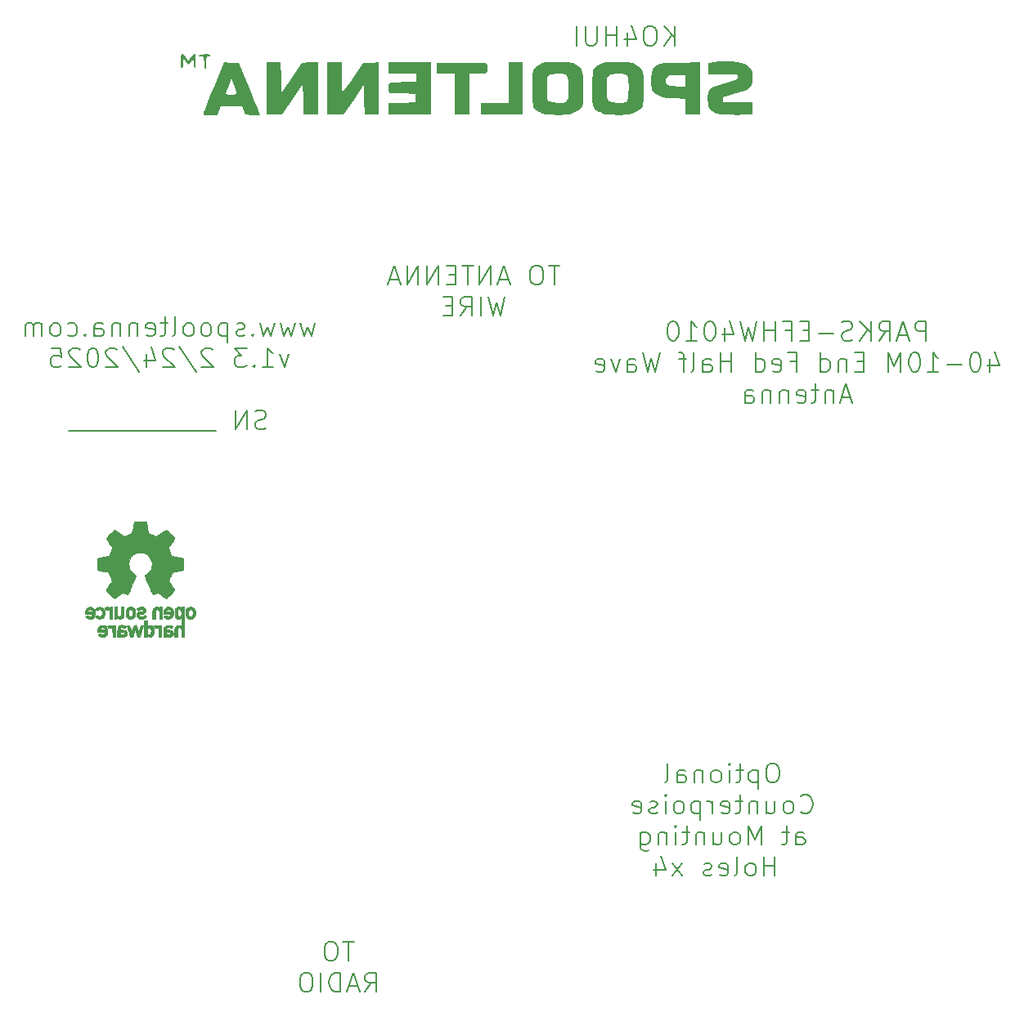
<source format=gbr>
%TF.GenerationSoftware,KiCad,Pcbnew,8.0.6*%
%TF.CreationDate,2025-02-23T16:54:12-05:00*%
%TF.ProjectId,Wire Spool Antenna V1.3,57697265-2053-4706-9f6f-6c20416e7465,rev?*%
%TF.SameCoordinates,Original*%
%TF.FileFunction,Legend,Bot*%
%TF.FilePolarity,Positive*%
%FSLAX46Y46*%
G04 Gerber Fmt 4.6, Leading zero omitted, Abs format (unit mm)*
G04 Created by KiCad (PCBNEW 8.0.6) date 2025-02-23 16:54:12*
%MOMM*%
%LPD*%
G01*
G04 APERTURE LIST*
%ADD10C,0.200000*%
%ADD11C,0.010000*%
%ADD12C,0.000000*%
G04 APERTURE END LIST*
D10*
X108404762Y-78024950D02*
X107261905Y-78024950D01*
X107833334Y-80024950D02*
X107833334Y-78024950D01*
X106214286Y-78024950D02*
X105833333Y-78024950D01*
X105833333Y-78024950D02*
X105642857Y-78120188D01*
X105642857Y-78120188D02*
X105452381Y-78310664D01*
X105452381Y-78310664D02*
X105357143Y-78691616D01*
X105357143Y-78691616D02*
X105357143Y-79358283D01*
X105357143Y-79358283D02*
X105452381Y-79739235D01*
X105452381Y-79739235D02*
X105642857Y-79929712D01*
X105642857Y-79929712D02*
X105833333Y-80024950D01*
X105833333Y-80024950D02*
X106214286Y-80024950D01*
X106214286Y-80024950D02*
X106404762Y-79929712D01*
X106404762Y-79929712D02*
X106595238Y-79739235D01*
X106595238Y-79739235D02*
X106690476Y-79358283D01*
X106690476Y-79358283D02*
X106690476Y-78691616D01*
X106690476Y-78691616D02*
X106595238Y-78310664D01*
X106595238Y-78310664D02*
X106404762Y-78120188D01*
X106404762Y-78120188D02*
X106214286Y-78024950D01*
X103071428Y-79453521D02*
X102119047Y-79453521D01*
X103261904Y-80024950D02*
X102595238Y-78024950D01*
X102595238Y-78024950D02*
X101928571Y-80024950D01*
X101261904Y-80024950D02*
X101261904Y-78024950D01*
X101261904Y-78024950D02*
X100119047Y-80024950D01*
X100119047Y-80024950D02*
X100119047Y-78024950D01*
X99452380Y-78024950D02*
X98309523Y-78024950D01*
X98880952Y-80024950D02*
X98880952Y-78024950D01*
X97642856Y-78977331D02*
X96976189Y-78977331D01*
X96690475Y-80024950D02*
X97642856Y-80024950D01*
X97642856Y-80024950D02*
X97642856Y-78024950D01*
X97642856Y-78024950D02*
X96690475Y-78024950D01*
X95833332Y-80024950D02*
X95833332Y-78024950D01*
X95833332Y-78024950D02*
X94690475Y-80024950D01*
X94690475Y-80024950D02*
X94690475Y-78024950D01*
X93738094Y-80024950D02*
X93738094Y-78024950D01*
X93738094Y-78024950D02*
X92595237Y-80024950D01*
X92595237Y-80024950D02*
X92595237Y-78024950D01*
X91738094Y-79453521D02*
X90785713Y-79453521D01*
X91928570Y-80024950D02*
X91261904Y-78024950D01*
X91261904Y-78024950D02*
X90595237Y-80024950D01*
X102738094Y-81244838D02*
X102261904Y-83244838D01*
X102261904Y-83244838D02*
X101880951Y-81816266D01*
X101880951Y-81816266D02*
X101499999Y-83244838D01*
X101499999Y-83244838D02*
X101023809Y-81244838D01*
X100261904Y-83244838D02*
X100261904Y-81244838D01*
X98166666Y-83244838D02*
X98833333Y-82292457D01*
X99309523Y-83244838D02*
X99309523Y-81244838D01*
X99309523Y-81244838D02*
X98547618Y-81244838D01*
X98547618Y-81244838D02*
X98357142Y-81340076D01*
X98357142Y-81340076D02*
X98261904Y-81435314D01*
X98261904Y-81435314D02*
X98166666Y-81625790D01*
X98166666Y-81625790D02*
X98166666Y-81911504D01*
X98166666Y-81911504D02*
X98261904Y-82101980D01*
X98261904Y-82101980D02*
X98357142Y-82197219D01*
X98357142Y-82197219D02*
X98547618Y-82292457D01*
X98547618Y-82292457D02*
X99309523Y-82292457D01*
X97309523Y-82197219D02*
X96642856Y-82197219D01*
X96357142Y-83244838D02*
X97309523Y-83244838D01*
X97309523Y-83244838D02*
X97309523Y-81244838D01*
X97309523Y-81244838D02*
X96357142Y-81244838D01*
X87119047Y-148024950D02*
X85976190Y-148024950D01*
X86547619Y-150024950D02*
X86547619Y-148024950D01*
X84928571Y-148024950D02*
X84547618Y-148024950D01*
X84547618Y-148024950D02*
X84357142Y-148120188D01*
X84357142Y-148120188D02*
X84166666Y-148310664D01*
X84166666Y-148310664D02*
X84071428Y-148691616D01*
X84071428Y-148691616D02*
X84071428Y-149358283D01*
X84071428Y-149358283D02*
X84166666Y-149739235D01*
X84166666Y-149739235D02*
X84357142Y-149929712D01*
X84357142Y-149929712D02*
X84547618Y-150024950D01*
X84547618Y-150024950D02*
X84928571Y-150024950D01*
X84928571Y-150024950D02*
X85119047Y-149929712D01*
X85119047Y-149929712D02*
X85309523Y-149739235D01*
X85309523Y-149739235D02*
X85404761Y-149358283D01*
X85404761Y-149358283D02*
X85404761Y-148691616D01*
X85404761Y-148691616D02*
X85309523Y-148310664D01*
X85309523Y-148310664D02*
X85119047Y-148120188D01*
X85119047Y-148120188D02*
X84928571Y-148024950D01*
X88261904Y-153244838D02*
X88928571Y-152292457D01*
X89404761Y-153244838D02*
X89404761Y-151244838D01*
X89404761Y-151244838D02*
X88642856Y-151244838D01*
X88642856Y-151244838D02*
X88452380Y-151340076D01*
X88452380Y-151340076D02*
X88357142Y-151435314D01*
X88357142Y-151435314D02*
X88261904Y-151625790D01*
X88261904Y-151625790D02*
X88261904Y-151911504D01*
X88261904Y-151911504D02*
X88357142Y-152101980D01*
X88357142Y-152101980D02*
X88452380Y-152197219D01*
X88452380Y-152197219D02*
X88642856Y-152292457D01*
X88642856Y-152292457D02*
X89404761Y-152292457D01*
X87499999Y-152673409D02*
X86547618Y-152673409D01*
X87690475Y-153244838D02*
X87023809Y-151244838D01*
X87023809Y-151244838D02*
X86357142Y-153244838D01*
X85690475Y-153244838D02*
X85690475Y-151244838D01*
X85690475Y-151244838D02*
X85214285Y-151244838D01*
X85214285Y-151244838D02*
X84928570Y-151340076D01*
X84928570Y-151340076D02*
X84738094Y-151530552D01*
X84738094Y-151530552D02*
X84642856Y-151721028D01*
X84642856Y-151721028D02*
X84547618Y-152101980D01*
X84547618Y-152101980D02*
X84547618Y-152387695D01*
X84547618Y-152387695D02*
X84642856Y-152768647D01*
X84642856Y-152768647D02*
X84738094Y-152959123D01*
X84738094Y-152959123D02*
X84928570Y-153149600D01*
X84928570Y-153149600D02*
X85214285Y-153244838D01*
X85214285Y-153244838D02*
X85690475Y-153244838D01*
X83690475Y-153244838D02*
X83690475Y-151244838D01*
X82357142Y-151244838D02*
X81976189Y-151244838D01*
X81976189Y-151244838D02*
X81785713Y-151340076D01*
X81785713Y-151340076D02*
X81595237Y-151530552D01*
X81595237Y-151530552D02*
X81499999Y-151911504D01*
X81499999Y-151911504D02*
X81499999Y-152578171D01*
X81499999Y-152578171D02*
X81595237Y-152959123D01*
X81595237Y-152959123D02*
X81785713Y-153149600D01*
X81785713Y-153149600D02*
X81976189Y-153244838D01*
X81976189Y-153244838D02*
X82357142Y-153244838D01*
X82357142Y-153244838D02*
X82547618Y-153149600D01*
X82547618Y-153149600D02*
X82738094Y-152959123D01*
X82738094Y-152959123D02*
X82833332Y-152578171D01*
X82833332Y-152578171D02*
X82833332Y-151911504D01*
X82833332Y-151911504D02*
X82738094Y-151530552D01*
X82738094Y-151530552D02*
X82547618Y-151340076D01*
X82547618Y-151340076D02*
X82357142Y-151244838D01*
X120345237Y-55244838D02*
X120345237Y-53244838D01*
X119202380Y-55244838D02*
X120059523Y-54101980D01*
X119202380Y-53244838D02*
X120345237Y-54387695D01*
X117964285Y-53244838D02*
X117583332Y-53244838D01*
X117583332Y-53244838D02*
X117392856Y-53340076D01*
X117392856Y-53340076D02*
X117202380Y-53530552D01*
X117202380Y-53530552D02*
X117107142Y-53911504D01*
X117107142Y-53911504D02*
X117107142Y-54578171D01*
X117107142Y-54578171D02*
X117202380Y-54959123D01*
X117202380Y-54959123D02*
X117392856Y-55149600D01*
X117392856Y-55149600D02*
X117583332Y-55244838D01*
X117583332Y-55244838D02*
X117964285Y-55244838D01*
X117964285Y-55244838D02*
X118154761Y-55149600D01*
X118154761Y-55149600D02*
X118345237Y-54959123D01*
X118345237Y-54959123D02*
X118440475Y-54578171D01*
X118440475Y-54578171D02*
X118440475Y-53911504D01*
X118440475Y-53911504D02*
X118345237Y-53530552D01*
X118345237Y-53530552D02*
X118154761Y-53340076D01*
X118154761Y-53340076D02*
X117964285Y-53244838D01*
X115392856Y-53911504D02*
X115392856Y-55244838D01*
X115869047Y-53149600D02*
X116345237Y-54578171D01*
X116345237Y-54578171D02*
X115107142Y-54578171D01*
X114345237Y-55244838D02*
X114345237Y-53244838D01*
X114345237Y-54197219D02*
X113202380Y-54197219D01*
X113202380Y-55244838D02*
X113202380Y-53244838D01*
X112249999Y-53244838D02*
X112249999Y-54863885D01*
X112249999Y-54863885D02*
X112154761Y-55054361D01*
X112154761Y-55054361D02*
X112059523Y-55149600D01*
X112059523Y-55149600D02*
X111869047Y-55244838D01*
X111869047Y-55244838D02*
X111488094Y-55244838D01*
X111488094Y-55244838D02*
X111297618Y-55149600D01*
X111297618Y-55149600D02*
X111202380Y-55054361D01*
X111202380Y-55054361D02*
X111107142Y-54863885D01*
X111107142Y-54863885D02*
X111107142Y-53244838D01*
X110154761Y-55244838D02*
X110154761Y-53244838D01*
X83095238Y-84001840D02*
X82714286Y-85335174D01*
X82714286Y-85335174D02*
X82333333Y-84382793D01*
X82333333Y-84382793D02*
X81952381Y-85335174D01*
X81952381Y-85335174D02*
X81571429Y-84001840D01*
X81000000Y-84001840D02*
X80619048Y-85335174D01*
X80619048Y-85335174D02*
X80238095Y-84382793D01*
X80238095Y-84382793D02*
X79857143Y-85335174D01*
X79857143Y-85335174D02*
X79476191Y-84001840D01*
X78904762Y-84001840D02*
X78523810Y-85335174D01*
X78523810Y-85335174D02*
X78142857Y-84382793D01*
X78142857Y-84382793D02*
X77761905Y-85335174D01*
X77761905Y-85335174D02*
X77380953Y-84001840D01*
X76619048Y-85144697D02*
X76523810Y-85239936D01*
X76523810Y-85239936D02*
X76619048Y-85335174D01*
X76619048Y-85335174D02*
X76714286Y-85239936D01*
X76714286Y-85239936D02*
X76619048Y-85144697D01*
X76619048Y-85144697D02*
X76619048Y-85335174D01*
X75761905Y-85239936D02*
X75571429Y-85335174D01*
X75571429Y-85335174D02*
X75190477Y-85335174D01*
X75190477Y-85335174D02*
X75000000Y-85239936D01*
X75000000Y-85239936D02*
X74904762Y-85049459D01*
X74904762Y-85049459D02*
X74904762Y-84954221D01*
X74904762Y-84954221D02*
X75000000Y-84763745D01*
X75000000Y-84763745D02*
X75190477Y-84668507D01*
X75190477Y-84668507D02*
X75476191Y-84668507D01*
X75476191Y-84668507D02*
X75666667Y-84573269D01*
X75666667Y-84573269D02*
X75761905Y-84382793D01*
X75761905Y-84382793D02*
X75761905Y-84287555D01*
X75761905Y-84287555D02*
X75666667Y-84097078D01*
X75666667Y-84097078D02*
X75476191Y-84001840D01*
X75476191Y-84001840D02*
X75190477Y-84001840D01*
X75190477Y-84001840D02*
X75000000Y-84097078D01*
X74047619Y-84001840D02*
X74047619Y-86001840D01*
X74047619Y-84097078D02*
X73857143Y-84001840D01*
X73857143Y-84001840D02*
X73476190Y-84001840D01*
X73476190Y-84001840D02*
X73285714Y-84097078D01*
X73285714Y-84097078D02*
X73190476Y-84192316D01*
X73190476Y-84192316D02*
X73095238Y-84382793D01*
X73095238Y-84382793D02*
X73095238Y-84954221D01*
X73095238Y-84954221D02*
X73190476Y-85144697D01*
X73190476Y-85144697D02*
X73285714Y-85239936D01*
X73285714Y-85239936D02*
X73476190Y-85335174D01*
X73476190Y-85335174D02*
X73857143Y-85335174D01*
X73857143Y-85335174D02*
X74047619Y-85239936D01*
X71952381Y-85335174D02*
X72142857Y-85239936D01*
X72142857Y-85239936D02*
X72238095Y-85144697D01*
X72238095Y-85144697D02*
X72333333Y-84954221D01*
X72333333Y-84954221D02*
X72333333Y-84382793D01*
X72333333Y-84382793D02*
X72238095Y-84192316D01*
X72238095Y-84192316D02*
X72142857Y-84097078D01*
X72142857Y-84097078D02*
X71952381Y-84001840D01*
X71952381Y-84001840D02*
X71666666Y-84001840D01*
X71666666Y-84001840D02*
X71476190Y-84097078D01*
X71476190Y-84097078D02*
X71380952Y-84192316D01*
X71380952Y-84192316D02*
X71285714Y-84382793D01*
X71285714Y-84382793D02*
X71285714Y-84954221D01*
X71285714Y-84954221D02*
X71380952Y-85144697D01*
X71380952Y-85144697D02*
X71476190Y-85239936D01*
X71476190Y-85239936D02*
X71666666Y-85335174D01*
X71666666Y-85335174D02*
X71952381Y-85335174D01*
X70142857Y-85335174D02*
X70333333Y-85239936D01*
X70333333Y-85239936D02*
X70428571Y-85144697D01*
X70428571Y-85144697D02*
X70523809Y-84954221D01*
X70523809Y-84954221D02*
X70523809Y-84382793D01*
X70523809Y-84382793D02*
X70428571Y-84192316D01*
X70428571Y-84192316D02*
X70333333Y-84097078D01*
X70333333Y-84097078D02*
X70142857Y-84001840D01*
X70142857Y-84001840D02*
X69857142Y-84001840D01*
X69857142Y-84001840D02*
X69666666Y-84097078D01*
X69666666Y-84097078D02*
X69571428Y-84192316D01*
X69571428Y-84192316D02*
X69476190Y-84382793D01*
X69476190Y-84382793D02*
X69476190Y-84954221D01*
X69476190Y-84954221D02*
X69571428Y-85144697D01*
X69571428Y-85144697D02*
X69666666Y-85239936D01*
X69666666Y-85239936D02*
X69857142Y-85335174D01*
X69857142Y-85335174D02*
X70142857Y-85335174D01*
X68333333Y-85335174D02*
X68523809Y-85239936D01*
X68523809Y-85239936D02*
X68619047Y-85049459D01*
X68619047Y-85049459D02*
X68619047Y-83335174D01*
X67857142Y-84001840D02*
X67095238Y-84001840D01*
X67571428Y-83335174D02*
X67571428Y-85049459D01*
X67571428Y-85049459D02*
X67476190Y-85239936D01*
X67476190Y-85239936D02*
X67285714Y-85335174D01*
X67285714Y-85335174D02*
X67095238Y-85335174D01*
X65666666Y-85239936D02*
X65857142Y-85335174D01*
X65857142Y-85335174D02*
X66238095Y-85335174D01*
X66238095Y-85335174D02*
X66428571Y-85239936D01*
X66428571Y-85239936D02*
X66523809Y-85049459D01*
X66523809Y-85049459D02*
X66523809Y-84287555D01*
X66523809Y-84287555D02*
X66428571Y-84097078D01*
X66428571Y-84097078D02*
X66238095Y-84001840D01*
X66238095Y-84001840D02*
X65857142Y-84001840D01*
X65857142Y-84001840D02*
X65666666Y-84097078D01*
X65666666Y-84097078D02*
X65571428Y-84287555D01*
X65571428Y-84287555D02*
X65571428Y-84478031D01*
X65571428Y-84478031D02*
X66523809Y-84668507D01*
X64714285Y-84001840D02*
X64714285Y-85335174D01*
X64714285Y-84192316D02*
X64619047Y-84097078D01*
X64619047Y-84097078D02*
X64428571Y-84001840D01*
X64428571Y-84001840D02*
X64142856Y-84001840D01*
X64142856Y-84001840D02*
X63952380Y-84097078D01*
X63952380Y-84097078D02*
X63857142Y-84287555D01*
X63857142Y-84287555D02*
X63857142Y-85335174D01*
X62904761Y-84001840D02*
X62904761Y-85335174D01*
X62904761Y-84192316D02*
X62809523Y-84097078D01*
X62809523Y-84097078D02*
X62619047Y-84001840D01*
X62619047Y-84001840D02*
X62333332Y-84001840D01*
X62333332Y-84001840D02*
X62142856Y-84097078D01*
X62142856Y-84097078D02*
X62047618Y-84287555D01*
X62047618Y-84287555D02*
X62047618Y-85335174D01*
X60238094Y-85335174D02*
X60238094Y-84287555D01*
X60238094Y-84287555D02*
X60333332Y-84097078D01*
X60333332Y-84097078D02*
X60523808Y-84001840D01*
X60523808Y-84001840D02*
X60904761Y-84001840D01*
X60904761Y-84001840D02*
X61095237Y-84097078D01*
X60238094Y-85239936D02*
X60428570Y-85335174D01*
X60428570Y-85335174D02*
X60904761Y-85335174D01*
X60904761Y-85335174D02*
X61095237Y-85239936D01*
X61095237Y-85239936D02*
X61190475Y-85049459D01*
X61190475Y-85049459D02*
X61190475Y-84858983D01*
X61190475Y-84858983D02*
X61095237Y-84668507D01*
X61095237Y-84668507D02*
X60904761Y-84573269D01*
X60904761Y-84573269D02*
X60428570Y-84573269D01*
X60428570Y-84573269D02*
X60238094Y-84478031D01*
X59285713Y-85144697D02*
X59190475Y-85239936D01*
X59190475Y-85239936D02*
X59285713Y-85335174D01*
X59285713Y-85335174D02*
X59380951Y-85239936D01*
X59380951Y-85239936D02*
X59285713Y-85144697D01*
X59285713Y-85144697D02*
X59285713Y-85335174D01*
X57476189Y-85239936D02*
X57666665Y-85335174D01*
X57666665Y-85335174D02*
X58047618Y-85335174D01*
X58047618Y-85335174D02*
X58238094Y-85239936D01*
X58238094Y-85239936D02*
X58333332Y-85144697D01*
X58333332Y-85144697D02*
X58428570Y-84954221D01*
X58428570Y-84954221D02*
X58428570Y-84382793D01*
X58428570Y-84382793D02*
X58333332Y-84192316D01*
X58333332Y-84192316D02*
X58238094Y-84097078D01*
X58238094Y-84097078D02*
X58047618Y-84001840D01*
X58047618Y-84001840D02*
X57666665Y-84001840D01*
X57666665Y-84001840D02*
X57476189Y-84097078D01*
X56333332Y-85335174D02*
X56523808Y-85239936D01*
X56523808Y-85239936D02*
X56619046Y-85144697D01*
X56619046Y-85144697D02*
X56714284Y-84954221D01*
X56714284Y-84954221D02*
X56714284Y-84382793D01*
X56714284Y-84382793D02*
X56619046Y-84192316D01*
X56619046Y-84192316D02*
X56523808Y-84097078D01*
X56523808Y-84097078D02*
X56333332Y-84001840D01*
X56333332Y-84001840D02*
X56047617Y-84001840D01*
X56047617Y-84001840D02*
X55857141Y-84097078D01*
X55857141Y-84097078D02*
X55761903Y-84192316D01*
X55761903Y-84192316D02*
X55666665Y-84382793D01*
X55666665Y-84382793D02*
X55666665Y-84954221D01*
X55666665Y-84954221D02*
X55761903Y-85144697D01*
X55761903Y-85144697D02*
X55857141Y-85239936D01*
X55857141Y-85239936D02*
X56047617Y-85335174D01*
X56047617Y-85335174D02*
X56333332Y-85335174D01*
X54809522Y-85335174D02*
X54809522Y-84001840D01*
X54809522Y-84192316D02*
X54714284Y-84097078D01*
X54714284Y-84097078D02*
X54523808Y-84001840D01*
X54523808Y-84001840D02*
X54238093Y-84001840D01*
X54238093Y-84001840D02*
X54047617Y-84097078D01*
X54047617Y-84097078D02*
X53952379Y-84287555D01*
X53952379Y-84287555D02*
X53952379Y-85335174D01*
X53952379Y-84287555D02*
X53857141Y-84097078D01*
X53857141Y-84097078D02*
X53666665Y-84001840D01*
X53666665Y-84001840D02*
X53380951Y-84001840D01*
X53380951Y-84001840D02*
X53190474Y-84097078D01*
X53190474Y-84097078D02*
X53095236Y-84287555D01*
X53095236Y-84287555D02*
X53095236Y-85335174D01*
X80380952Y-87221728D02*
X79904762Y-88555062D01*
X79904762Y-88555062D02*
X79428571Y-87221728D01*
X77619047Y-88555062D02*
X78761904Y-88555062D01*
X78190476Y-88555062D02*
X78190476Y-86555062D01*
X78190476Y-86555062D02*
X78380952Y-86840776D01*
X78380952Y-86840776D02*
X78571428Y-87031252D01*
X78571428Y-87031252D02*
X78761904Y-87126490D01*
X76761904Y-88364585D02*
X76666666Y-88459824D01*
X76666666Y-88459824D02*
X76761904Y-88555062D01*
X76761904Y-88555062D02*
X76857142Y-88459824D01*
X76857142Y-88459824D02*
X76761904Y-88364585D01*
X76761904Y-88364585D02*
X76761904Y-88555062D01*
X75999999Y-86555062D02*
X74761904Y-86555062D01*
X74761904Y-86555062D02*
X75428571Y-87316966D01*
X75428571Y-87316966D02*
X75142856Y-87316966D01*
X75142856Y-87316966D02*
X74952380Y-87412204D01*
X74952380Y-87412204D02*
X74857142Y-87507443D01*
X74857142Y-87507443D02*
X74761904Y-87697919D01*
X74761904Y-87697919D02*
X74761904Y-88174109D01*
X74761904Y-88174109D02*
X74857142Y-88364585D01*
X74857142Y-88364585D02*
X74952380Y-88459824D01*
X74952380Y-88459824D02*
X75142856Y-88555062D01*
X75142856Y-88555062D02*
X75714285Y-88555062D01*
X75714285Y-88555062D02*
X75904761Y-88459824D01*
X75904761Y-88459824D02*
X75999999Y-88364585D01*
X72476189Y-86745538D02*
X72380951Y-86650300D01*
X72380951Y-86650300D02*
X72190475Y-86555062D01*
X72190475Y-86555062D02*
X71714284Y-86555062D01*
X71714284Y-86555062D02*
X71523808Y-86650300D01*
X71523808Y-86650300D02*
X71428570Y-86745538D01*
X71428570Y-86745538D02*
X71333332Y-86936014D01*
X71333332Y-86936014D02*
X71333332Y-87126490D01*
X71333332Y-87126490D02*
X71428570Y-87412204D01*
X71428570Y-87412204D02*
X72571427Y-88555062D01*
X72571427Y-88555062D02*
X71333332Y-88555062D01*
X69047618Y-86459824D02*
X70761903Y-89031252D01*
X68476189Y-86745538D02*
X68380951Y-86650300D01*
X68380951Y-86650300D02*
X68190475Y-86555062D01*
X68190475Y-86555062D02*
X67714284Y-86555062D01*
X67714284Y-86555062D02*
X67523808Y-86650300D01*
X67523808Y-86650300D02*
X67428570Y-86745538D01*
X67428570Y-86745538D02*
X67333332Y-86936014D01*
X67333332Y-86936014D02*
X67333332Y-87126490D01*
X67333332Y-87126490D02*
X67428570Y-87412204D01*
X67428570Y-87412204D02*
X68571427Y-88555062D01*
X68571427Y-88555062D02*
X67333332Y-88555062D01*
X65619046Y-87221728D02*
X65619046Y-88555062D01*
X66095237Y-86459824D02*
X66571427Y-87888395D01*
X66571427Y-87888395D02*
X65333332Y-87888395D01*
X63142856Y-86459824D02*
X64857141Y-89031252D01*
X62571427Y-86745538D02*
X62476189Y-86650300D01*
X62476189Y-86650300D02*
X62285713Y-86555062D01*
X62285713Y-86555062D02*
X61809522Y-86555062D01*
X61809522Y-86555062D02*
X61619046Y-86650300D01*
X61619046Y-86650300D02*
X61523808Y-86745538D01*
X61523808Y-86745538D02*
X61428570Y-86936014D01*
X61428570Y-86936014D02*
X61428570Y-87126490D01*
X61428570Y-87126490D02*
X61523808Y-87412204D01*
X61523808Y-87412204D02*
X62666665Y-88555062D01*
X62666665Y-88555062D02*
X61428570Y-88555062D01*
X60190475Y-86555062D02*
X59999998Y-86555062D01*
X59999998Y-86555062D02*
X59809522Y-86650300D01*
X59809522Y-86650300D02*
X59714284Y-86745538D01*
X59714284Y-86745538D02*
X59619046Y-86936014D01*
X59619046Y-86936014D02*
X59523808Y-87316966D01*
X59523808Y-87316966D02*
X59523808Y-87793157D01*
X59523808Y-87793157D02*
X59619046Y-88174109D01*
X59619046Y-88174109D02*
X59714284Y-88364585D01*
X59714284Y-88364585D02*
X59809522Y-88459824D01*
X59809522Y-88459824D02*
X59999998Y-88555062D01*
X59999998Y-88555062D02*
X60190475Y-88555062D01*
X60190475Y-88555062D02*
X60380951Y-88459824D01*
X60380951Y-88459824D02*
X60476189Y-88364585D01*
X60476189Y-88364585D02*
X60571427Y-88174109D01*
X60571427Y-88174109D02*
X60666665Y-87793157D01*
X60666665Y-87793157D02*
X60666665Y-87316966D01*
X60666665Y-87316966D02*
X60571427Y-86936014D01*
X60571427Y-86936014D02*
X60476189Y-86745538D01*
X60476189Y-86745538D02*
X60380951Y-86650300D01*
X60380951Y-86650300D02*
X60190475Y-86555062D01*
X58761903Y-86745538D02*
X58666665Y-86650300D01*
X58666665Y-86650300D02*
X58476189Y-86555062D01*
X58476189Y-86555062D02*
X57999998Y-86555062D01*
X57999998Y-86555062D02*
X57809522Y-86650300D01*
X57809522Y-86650300D02*
X57714284Y-86745538D01*
X57714284Y-86745538D02*
X57619046Y-86936014D01*
X57619046Y-86936014D02*
X57619046Y-87126490D01*
X57619046Y-87126490D02*
X57714284Y-87412204D01*
X57714284Y-87412204D02*
X58857141Y-88555062D01*
X58857141Y-88555062D02*
X57619046Y-88555062D01*
X55809522Y-86555062D02*
X56761903Y-86555062D01*
X56761903Y-86555062D02*
X56857141Y-87507443D01*
X56857141Y-87507443D02*
X56761903Y-87412204D01*
X56761903Y-87412204D02*
X56571427Y-87316966D01*
X56571427Y-87316966D02*
X56095236Y-87316966D01*
X56095236Y-87316966D02*
X55904760Y-87412204D01*
X55904760Y-87412204D02*
X55809522Y-87507443D01*
X55809522Y-87507443D02*
X55714284Y-87697919D01*
X55714284Y-87697919D02*
X55714284Y-88174109D01*
X55714284Y-88174109D02*
X55809522Y-88364585D01*
X55809522Y-88364585D02*
X55904760Y-88459824D01*
X55904760Y-88459824D02*
X56095236Y-88555062D01*
X56095236Y-88555062D02*
X56571427Y-88555062D01*
X56571427Y-88555062D02*
X56761903Y-88459824D01*
X56761903Y-88459824D02*
X56857141Y-88364585D01*
X78000002Y-94899600D02*
X77714288Y-94994838D01*
X77714288Y-94994838D02*
X77238097Y-94994838D01*
X77238097Y-94994838D02*
X77047621Y-94899600D01*
X77047621Y-94899600D02*
X76952383Y-94804361D01*
X76952383Y-94804361D02*
X76857145Y-94613885D01*
X76857145Y-94613885D02*
X76857145Y-94423409D01*
X76857145Y-94423409D02*
X76952383Y-94232933D01*
X76952383Y-94232933D02*
X77047621Y-94137695D01*
X77047621Y-94137695D02*
X77238097Y-94042457D01*
X77238097Y-94042457D02*
X77619050Y-93947219D01*
X77619050Y-93947219D02*
X77809526Y-93851980D01*
X77809526Y-93851980D02*
X77904764Y-93756742D01*
X77904764Y-93756742D02*
X78000002Y-93566266D01*
X78000002Y-93566266D02*
X78000002Y-93375790D01*
X78000002Y-93375790D02*
X77904764Y-93185314D01*
X77904764Y-93185314D02*
X77809526Y-93090076D01*
X77809526Y-93090076D02*
X77619050Y-92994838D01*
X77619050Y-92994838D02*
X77142859Y-92994838D01*
X77142859Y-92994838D02*
X76857145Y-93090076D01*
X76000002Y-94994838D02*
X76000002Y-92994838D01*
X76000002Y-92994838D02*
X74857145Y-94994838D01*
X74857145Y-94994838D02*
X74857145Y-92994838D01*
X72857145Y-95185314D02*
X71333335Y-95185314D01*
X71333335Y-95185314D02*
X69809525Y-95185314D01*
X69809525Y-95185314D02*
X68285715Y-95185314D01*
X68285715Y-95185314D02*
X66761905Y-95185314D01*
X66761905Y-95185314D02*
X65238095Y-95185314D01*
X65238095Y-95185314D02*
X63714285Y-95185314D01*
X63714285Y-95185314D02*
X62190475Y-95185314D01*
X62190475Y-95185314D02*
X60666665Y-95185314D01*
X60666665Y-95185314D02*
X59142855Y-95185314D01*
X59142855Y-95185314D02*
X57619045Y-95185314D01*
X130642857Y-129585174D02*
X130261904Y-129585174D01*
X130261904Y-129585174D02*
X130071428Y-129680412D01*
X130071428Y-129680412D02*
X129880952Y-129870888D01*
X129880952Y-129870888D02*
X129785714Y-130251840D01*
X129785714Y-130251840D02*
X129785714Y-130918507D01*
X129785714Y-130918507D02*
X129880952Y-131299459D01*
X129880952Y-131299459D02*
X130071428Y-131489936D01*
X130071428Y-131489936D02*
X130261904Y-131585174D01*
X130261904Y-131585174D02*
X130642857Y-131585174D01*
X130642857Y-131585174D02*
X130833333Y-131489936D01*
X130833333Y-131489936D02*
X131023809Y-131299459D01*
X131023809Y-131299459D02*
X131119047Y-130918507D01*
X131119047Y-130918507D02*
X131119047Y-130251840D01*
X131119047Y-130251840D02*
X131023809Y-129870888D01*
X131023809Y-129870888D02*
X130833333Y-129680412D01*
X130833333Y-129680412D02*
X130642857Y-129585174D01*
X128928571Y-130251840D02*
X128928571Y-132251840D01*
X128928571Y-130347078D02*
X128738095Y-130251840D01*
X128738095Y-130251840D02*
X128357142Y-130251840D01*
X128357142Y-130251840D02*
X128166666Y-130347078D01*
X128166666Y-130347078D02*
X128071428Y-130442316D01*
X128071428Y-130442316D02*
X127976190Y-130632793D01*
X127976190Y-130632793D02*
X127976190Y-131204221D01*
X127976190Y-131204221D02*
X128071428Y-131394697D01*
X128071428Y-131394697D02*
X128166666Y-131489936D01*
X128166666Y-131489936D02*
X128357142Y-131585174D01*
X128357142Y-131585174D02*
X128738095Y-131585174D01*
X128738095Y-131585174D02*
X128928571Y-131489936D01*
X127404761Y-130251840D02*
X126642857Y-130251840D01*
X127119047Y-129585174D02*
X127119047Y-131299459D01*
X127119047Y-131299459D02*
X127023809Y-131489936D01*
X127023809Y-131489936D02*
X126833333Y-131585174D01*
X126833333Y-131585174D02*
X126642857Y-131585174D01*
X125976190Y-131585174D02*
X125976190Y-130251840D01*
X125976190Y-129585174D02*
X126071428Y-129680412D01*
X126071428Y-129680412D02*
X125976190Y-129775650D01*
X125976190Y-129775650D02*
X125880952Y-129680412D01*
X125880952Y-129680412D02*
X125976190Y-129585174D01*
X125976190Y-129585174D02*
X125976190Y-129775650D01*
X124738095Y-131585174D02*
X124928571Y-131489936D01*
X124928571Y-131489936D02*
X125023809Y-131394697D01*
X125023809Y-131394697D02*
X125119047Y-131204221D01*
X125119047Y-131204221D02*
X125119047Y-130632793D01*
X125119047Y-130632793D02*
X125023809Y-130442316D01*
X125023809Y-130442316D02*
X124928571Y-130347078D01*
X124928571Y-130347078D02*
X124738095Y-130251840D01*
X124738095Y-130251840D02*
X124452380Y-130251840D01*
X124452380Y-130251840D02*
X124261904Y-130347078D01*
X124261904Y-130347078D02*
X124166666Y-130442316D01*
X124166666Y-130442316D02*
X124071428Y-130632793D01*
X124071428Y-130632793D02*
X124071428Y-131204221D01*
X124071428Y-131204221D02*
X124166666Y-131394697D01*
X124166666Y-131394697D02*
X124261904Y-131489936D01*
X124261904Y-131489936D02*
X124452380Y-131585174D01*
X124452380Y-131585174D02*
X124738095Y-131585174D01*
X123214285Y-130251840D02*
X123214285Y-131585174D01*
X123214285Y-130442316D02*
X123119047Y-130347078D01*
X123119047Y-130347078D02*
X122928571Y-130251840D01*
X122928571Y-130251840D02*
X122642856Y-130251840D01*
X122642856Y-130251840D02*
X122452380Y-130347078D01*
X122452380Y-130347078D02*
X122357142Y-130537555D01*
X122357142Y-130537555D02*
X122357142Y-131585174D01*
X120547618Y-131585174D02*
X120547618Y-130537555D01*
X120547618Y-130537555D02*
X120642856Y-130347078D01*
X120642856Y-130347078D02*
X120833332Y-130251840D01*
X120833332Y-130251840D02*
X121214285Y-130251840D01*
X121214285Y-130251840D02*
X121404761Y-130347078D01*
X120547618Y-131489936D02*
X120738094Y-131585174D01*
X120738094Y-131585174D02*
X121214285Y-131585174D01*
X121214285Y-131585174D02*
X121404761Y-131489936D01*
X121404761Y-131489936D02*
X121499999Y-131299459D01*
X121499999Y-131299459D02*
X121499999Y-131108983D01*
X121499999Y-131108983D02*
X121404761Y-130918507D01*
X121404761Y-130918507D02*
X121214285Y-130823269D01*
X121214285Y-130823269D02*
X120738094Y-130823269D01*
X120738094Y-130823269D02*
X120547618Y-130728031D01*
X119309523Y-131585174D02*
X119499999Y-131489936D01*
X119499999Y-131489936D02*
X119595237Y-131299459D01*
X119595237Y-131299459D02*
X119595237Y-129585174D01*
X133357143Y-134614585D02*
X133452381Y-134709824D01*
X133452381Y-134709824D02*
X133738095Y-134805062D01*
X133738095Y-134805062D02*
X133928571Y-134805062D01*
X133928571Y-134805062D02*
X134214286Y-134709824D01*
X134214286Y-134709824D02*
X134404762Y-134519347D01*
X134404762Y-134519347D02*
X134500000Y-134328871D01*
X134500000Y-134328871D02*
X134595238Y-133947919D01*
X134595238Y-133947919D02*
X134595238Y-133662204D01*
X134595238Y-133662204D02*
X134500000Y-133281252D01*
X134500000Y-133281252D02*
X134404762Y-133090776D01*
X134404762Y-133090776D02*
X134214286Y-132900300D01*
X134214286Y-132900300D02*
X133928571Y-132805062D01*
X133928571Y-132805062D02*
X133738095Y-132805062D01*
X133738095Y-132805062D02*
X133452381Y-132900300D01*
X133452381Y-132900300D02*
X133357143Y-132995538D01*
X132214286Y-134805062D02*
X132404762Y-134709824D01*
X132404762Y-134709824D02*
X132500000Y-134614585D01*
X132500000Y-134614585D02*
X132595238Y-134424109D01*
X132595238Y-134424109D02*
X132595238Y-133852681D01*
X132595238Y-133852681D02*
X132500000Y-133662204D01*
X132500000Y-133662204D02*
X132404762Y-133566966D01*
X132404762Y-133566966D02*
X132214286Y-133471728D01*
X132214286Y-133471728D02*
X131928571Y-133471728D01*
X131928571Y-133471728D02*
X131738095Y-133566966D01*
X131738095Y-133566966D02*
X131642857Y-133662204D01*
X131642857Y-133662204D02*
X131547619Y-133852681D01*
X131547619Y-133852681D02*
X131547619Y-134424109D01*
X131547619Y-134424109D02*
X131642857Y-134614585D01*
X131642857Y-134614585D02*
X131738095Y-134709824D01*
X131738095Y-134709824D02*
X131928571Y-134805062D01*
X131928571Y-134805062D02*
X132214286Y-134805062D01*
X129833333Y-133471728D02*
X129833333Y-134805062D01*
X130690476Y-133471728D02*
X130690476Y-134519347D01*
X130690476Y-134519347D02*
X130595238Y-134709824D01*
X130595238Y-134709824D02*
X130404762Y-134805062D01*
X130404762Y-134805062D02*
X130119047Y-134805062D01*
X130119047Y-134805062D02*
X129928571Y-134709824D01*
X129928571Y-134709824D02*
X129833333Y-134614585D01*
X128880952Y-133471728D02*
X128880952Y-134805062D01*
X128880952Y-133662204D02*
X128785714Y-133566966D01*
X128785714Y-133566966D02*
X128595238Y-133471728D01*
X128595238Y-133471728D02*
X128309523Y-133471728D01*
X128309523Y-133471728D02*
X128119047Y-133566966D01*
X128119047Y-133566966D02*
X128023809Y-133757443D01*
X128023809Y-133757443D02*
X128023809Y-134805062D01*
X127357142Y-133471728D02*
X126595238Y-133471728D01*
X127071428Y-132805062D02*
X127071428Y-134519347D01*
X127071428Y-134519347D02*
X126976190Y-134709824D01*
X126976190Y-134709824D02*
X126785714Y-134805062D01*
X126785714Y-134805062D02*
X126595238Y-134805062D01*
X125166666Y-134709824D02*
X125357142Y-134805062D01*
X125357142Y-134805062D02*
X125738095Y-134805062D01*
X125738095Y-134805062D02*
X125928571Y-134709824D01*
X125928571Y-134709824D02*
X126023809Y-134519347D01*
X126023809Y-134519347D02*
X126023809Y-133757443D01*
X126023809Y-133757443D02*
X125928571Y-133566966D01*
X125928571Y-133566966D02*
X125738095Y-133471728D01*
X125738095Y-133471728D02*
X125357142Y-133471728D01*
X125357142Y-133471728D02*
X125166666Y-133566966D01*
X125166666Y-133566966D02*
X125071428Y-133757443D01*
X125071428Y-133757443D02*
X125071428Y-133947919D01*
X125071428Y-133947919D02*
X126023809Y-134138395D01*
X124214285Y-134805062D02*
X124214285Y-133471728D01*
X124214285Y-133852681D02*
X124119047Y-133662204D01*
X124119047Y-133662204D02*
X124023809Y-133566966D01*
X124023809Y-133566966D02*
X123833333Y-133471728D01*
X123833333Y-133471728D02*
X123642856Y-133471728D01*
X122976190Y-133471728D02*
X122976190Y-135471728D01*
X122976190Y-133566966D02*
X122785714Y-133471728D01*
X122785714Y-133471728D02*
X122404761Y-133471728D01*
X122404761Y-133471728D02*
X122214285Y-133566966D01*
X122214285Y-133566966D02*
X122119047Y-133662204D01*
X122119047Y-133662204D02*
X122023809Y-133852681D01*
X122023809Y-133852681D02*
X122023809Y-134424109D01*
X122023809Y-134424109D02*
X122119047Y-134614585D01*
X122119047Y-134614585D02*
X122214285Y-134709824D01*
X122214285Y-134709824D02*
X122404761Y-134805062D01*
X122404761Y-134805062D02*
X122785714Y-134805062D01*
X122785714Y-134805062D02*
X122976190Y-134709824D01*
X120880952Y-134805062D02*
X121071428Y-134709824D01*
X121071428Y-134709824D02*
X121166666Y-134614585D01*
X121166666Y-134614585D02*
X121261904Y-134424109D01*
X121261904Y-134424109D02*
X121261904Y-133852681D01*
X121261904Y-133852681D02*
X121166666Y-133662204D01*
X121166666Y-133662204D02*
X121071428Y-133566966D01*
X121071428Y-133566966D02*
X120880952Y-133471728D01*
X120880952Y-133471728D02*
X120595237Y-133471728D01*
X120595237Y-133471728D02*
X120404761Y-133566966D01*
X120404761Y-133566966D02*
X120309523Y-133662204D01*
X120309523Y-133662204D02*
X120214285Y-133852681D01*
X120214285Y-133852681D02*
X120214285Y-134424109D01*
X120214285Y-134424109D02*
X120309523Y-134614585D01*
X120309523Y-134614585D02*
X120404761Y-134709824D01*
X120404761Y-134709824D02*
X120595237Y-134805062D01*
X120595237Y-134805062D02*
X120880952Y-134805062D01*
X119357142Y-134805062D02*
X119357142Y-133471728D01*
X119357142Y-132805062D02*
X119452380Y-132900300D01*
X119452380Y-132900300D02*
X119357142Y-132995538D01*
X119357142Y-132995538D02*
X119261904Y-132900300D01*
X119261904Y-132900300D02*
X119357142Y-132805062D01*
X119357142Y-132805062D02*
X119357142Y-132995538D01*
X118499999Y-134709824D02*
X118309523Y-134805062D01*
X118309523Y-134805062D02*
X117928571Y-134805062D01*
X117928571Y-134805062D02*
X117738094Y-134709824D01*
X117738094Y-134709824D02*
X117642856Y-134519347D01*
X117642856Y-134519347D02*
X117642856Y-134424109D01*
X117642856Y-134424109D02*
X117738094Y-134233633D01*
X117738094Y-134233633D02*
X117928571Y-134138395D01*
X117928571Y-134138395D02*
X118214285Y-134138395D01*
X118214285Y-134138395D02*
X118404761Y-134043157D01*
X118404761Y-134043157D02*
X118499999Y-133852681D01*
X118499999Y-133852681D02*
X118499999Y-133757443D01*
X118499999Y-133757443D02*
X118404761Y-133566966D01*
X118404761Y-133566966D02*
X118214285Y-133471728D01*
X118214285Y-133471728D02*
X117928571Y-133471728D01*
X117928571Y-133471728D02*
X117738094Y-133566966D01*
X116023808Y-134709824D02*
X116214284Y-134805062D01*
X116214284Y-134805062D02*
X116595237Y-134805062D01*
X116595237Y-134805062D02*
X116785713Y-134709824D01*
X116785713Y-134709824D02*
X116880951Y-134519347D01*
X116880951Y-134519347D02*
X116880951Y-133757443D01*
X116880951Y-133757443D02*
X116785713Y-133566966D01*
X116785713Y-133566966D02*
X116595237Y-133471728D01*
X116595237Y-133471728D02*
X116214284Y-133471728D01*
X116214284Y-133471728D02*
X116023808Y-133566966D01*
X116023808Y-133566966D02*
X115928570Y-133757443D01*
X115928570Y-133757443D02*
X115928570Y-133947919D01*
X115928570Y-133947919D02*
X116880951Y-134138395D01*
X132880952Y-138024950D02*
X132880952Y-136977331D01*
X132880952Y-136977331D02*
X132976190Y-136786854D01*
X132976190Y-136786854D02*
X133166666Y-136691616D01*
X133166666Y-136691616D02*
X133547619Y-136691616D01*
X133547619Y-136691616D02*
X133738095Y-136786854D01*
X132880952Y-137929712D02*
X133071428Y-138024950D01*
X133071428Y-138024950D02*
X133547619Y-138024950D01*
X133547619Y-138024950D02*
X133738095Y-137929712D01*
X133738095Y-137929712D02*
X133833333Y-137739235D01*
X133833333Y-137739235D02*
X133833333Y-137548759D01*
X133833333Y-137548759D02*
X133738095Y-137358283D01*
X133738095Y-137358283D02*
X133547619Y-137263045D01*
X133547619Y-137263045D02*
X133071428Y-137263045D01*
X133071428Y-137263045D02*
X132880952Y-137167807D01*
X132214285Y-136691616D02*
X131452381Y-136691616D01*
X131928571Y-136024950D02*
X131928571Y-137739235D01*
X131928571Y-137739235D02*
X131833333Y-137929712D01*
X131833333Y-137929712D02*
X131642857Y-138024950D01*
X131642857Y-138024950D02*
X131452381Y-138024950D01*
X129261904Y-138024950D02*
X129261904Y-136024950D01*
X129261904Y-136024950D02*
X128595237Y-137453521D01*
X128595237Y-137453521D02*
X127928571Y-136024950D01*
X127928571Y-136024950D02*
X127928571Y-138024950D01*
X126690476Y-138024950D02*
X126880952Y-137929712D01*
X126880952Y-137929712D02*
X126976190Y-137834473D01*
X126976190Y-137834473D02*
X127071428Y-137643997D01*
X127071428Y-137643997D02*
X127071428Y-137072569D01*
X127071428Y-137072569D02*
X126976190Y-136882092D01*
X126976190Y-136882092D02*
X126880952Y-136786854D01*
X126880952Y-136786854D02*
X126690476Y-136691616D01*
X126690476Y-136691616D02*
X126404761Y-136691616D01*
X126404761Y-136691616D02*
X126214285Y-136786854D01*
X126214285Y-136786854D02*
X126119047Y-136882092D01*
X126119047Y-136882092D02*
X126023809Y-137072569D01*
X126023809Y-137072569D02*
X126023809Y-137643997D01*
X126023809Y-137643997D02*
X126119047Y-137834473D01*
X126119047Y-137834473D02*
X126214285Y-137929712D01*
X126214285Y-137929712D02*
X126404761Y-138024950D01*
X126404761Y-138024950D02*
X126690476Y-138024950D01*
X124309523Y-136691616D02*
X124309523Y-138024950D01*
X125166666Y-136691616D02*
X125166666Y-137739235D01*
X125166666Y-137739235D02*
X125071428Y-137929712D01*
X125071428Y-137929712D02*
X124880952Y-138024950D01*
X124880952Y-138024950D02*
X124595237Y-138024950D01*
X124595237Y-138024950D02*
X124404761Y-137929712D01*
X124404761Y-137929712D02*
X124309523Y-137834473D01*
X123357142Y-136691616D02*
X123357142Y-138024950D01*
X123357142Y-136882092D02*
X123261904Y-136786854D01*
X123261904Y-136786854D02*
X123071428Y-136691616D01*
X123071428Y-136691616D02*
X122785713Y-136691616D01*
X122785713Y-136691616D02*
X122595237Y-136786854D01*
X122595237Y-136786854D02*
X122499999Y-136977331D01*
X122499999Y-136977331D02*
X122499999Y-138024950D01*
X121833332Y-136691616D02*
X121071428Y-136691616D01*
X121547618Y-136024950D02*
X121547618Y-137739235D01*
X121547618Y-137739235D02*
X121452380Y-137929712D01*
X121452380Y-137929712D02*
X121261904Y-138024950D01*
X121261904Y-138024950D02*
X121071428Y-138024950D01*
X120404761Y-138024950D02*
X120404761Y-136691616D01*
X120404761Y-136024950D02*
X120499999Y-136120188D01*
X120499999Y-136120188D02*
X120404761Y-136215426D01*
X120404761Y-136215426D02*
X120309523Y-136120188D01*
X120309523Y-136120188D02*
X120404761Y-136024950D01*
X120404761Y-136024950D02*
X120404761Y-136215426D01*
X119452380Y-136691616D02*
X119452380Y-138024950D01*
X119452380Y-136882092D02*
X119357142Y-136786854D01*
X119357142Y-136786854D02*
X119166666Y-136691616D01*
X119166666Y-136691616D02*
X118880951Y-136691616D01*
X118880951Y-136691616D02*
X118690475Y-136786854D01*
X118690475Y-136786854D02*
X118595237Y-136977331D01*
X118595237Y-136977331D02*
X118595237Y-138024950D01*
X116785713Y-136691616D02*
X116785713Y-138310664D01*
X116785713Y-138310664D02*
X116880951Y-138501140D01*
X116880951Y-138501140D02*
X116976189Y-138596378D01*
X116976189Y-138596378D02*
X117166666Y-138691616D01*
X117166666Y-138691616D02*
X117452380Y-138691616D01*
X117452380Y-138691616D02*
X117642856Y-138596378D01*
X116785713Y-137929712D02*
X116976189Y-138024950D01*
X116976189Y-138024950D02*
X117357142Y-138024950D01*
X117357142Y-138024950D02*
X117547618Y-137929712D01*
X117547618Y-137929712D02*
X117642856Y-137834473D01*
X117642856Y-137834473D02*
X117738094Y-137643997D01*
X117738094Y-137643997D02*
X117738094Y-137072569D01*
X117738094Y-137072569D02*
X117642856Y-136882092D01*
X117642856Y-136882092D02*
X117547618Y-136786854D01*
X117547618Y-136786854D02*
X117357142Y-136691616D01*
X117357142Y-136691616D02*
X116976189Y-136691616D01*
X116976189Y-136691616D02*
X116785713Y-136786854D01*
X130690476Y-141244838D02*
X130690476Y-139244838D01*
X130690476Y-140197219D02*
X129547619Y-140197219D01*
X129547619Y-141244838D02*
X129547619Y-139244838D01*
X128309524Y-141244838D02*
X128500000Y-141149600D01*
X128500000Y-141149600D02*
X128595238Y-141054361D01*
X128595238Y-141054361D02*
X128690476Y-140863885D01*
X128690476Y-140863885D02*
X128690476Y-140292457D01*
X128690476Y-140292457D02*
X128595238Y-140101980D01*
X128595238Y-140101980D02*
X128500000Y-140006742D01*
X128500000Y-140006742D02*
X128309524Y-139911504D01*
X128309524Y-139911504D02*
X128023809Y-139911504D01*
X128023809Y-139911504D02*
X127833333Y-140006742D01*
X127833333Y-140006742D02*
X127738095Y-140101980D01*
X127738095Y-140101980D02*
X127642857Y-140292457D01*
X127642857Y-140292457D02*
X127642857Y-140863885D01*
X127642857Y-140863885D02*
X127738095Y-141054361D01*
X127738095Y-141054361D02*
X127833333Y-141149600D01*
X127833333Y-141149600D02*
X128023809Y-141244838D01*
X128023809Y-141244838D02*
X128309524Y-141244838D01*
X126500000Y-141244838D02*
X126690476Y-141149600D01*
X126690476Y-141149600D02*
X126785714Y-140959123D01*
X126785714Y-140959123D02*
X126785714Y-139244838D01*
X124976190Y-141149600D02*
X125166666Y-141244838D01*
X125166666Y-141244838D02*
X125547619Y-141244838D01*
X125547619Y-141244838D02*
X125738095Y-141149600D01*
X125738095Y-141149600D02*
X125833333Y-140959123D01*
X125833333Y-140959123D02*
X125833333Y-140197219D01*
X125833333Y-140197219D02*
X125738095Y-140006742D01*
X125738095Y-140006742D02*
X125547619Y-139911504D01*
X125547619Y-139911504D02*
X125166666Y-139911504D01*
X125166666Y-139911504D02*
X124976190Y-140006742D01*
X124976190Y-140006742D02*
X124880952Y-140197219D01*
X124880952Y-140197219D02*
X124880952Y-140387695D01*
X124880952Y-140387695D02*
X125833333Y-140578171D01*
X124119047Y-141149600D02*
X123928571Y-141244838D01*
X123928571Y-141244838D02*
X123547619Y-141244838D01*
X123547619Y-141244838D02*
X123357142Y-141149600D01*
X123357142Y-141149600D02*
X123261904Y-140959123D01*
X123261904Y-140959123D02*
X123261904Y-140863885D01*
X123261904Y-140863885D02*
X123357142Y-140673409D01*
X123357142Y-140673409D02*
X123547619Y-140578171D01*
X123547619Y-140578171D02*
X123833333Y-140578171D01*
X123833333Y-140578171D02*
X124023809Y-140482933D01*
X124023809Y-140482933D02*
X124119047Y-140292457D01*
X124119047Y-140292457D02*
X124119047Y-140197219D01*
X124119047Y-140197219D02*
X124023809Y-140006742D01*
X124023809Y-140006742D02*
X123833333Y-139911504D01*
X123833333Y-139911504D02*
X123547619Y-139911504D01*
X123547619Y-139911504D02*
X123357142Y-140006742D01*
X121071427Y-141244838D02*
X120023808Y-139911504D01*
X121071427Y-139911504D02*
X120023808Y-141244838D01*
X118404760Y-139911504D02*
X118404760Y-141244838D01*
X118880951Y-139149600D02*
X119357141Y-140578171D01*
X119357141Y-140578171D02*
X118119046Y-140578171D01*
X146333333Y-85805062D02*
X146333333Y-83805062D01*
X146333333Y-83805062D02*
X145571428Y-83805062D01*
X145571428Y-83805062D02*
X145380952Y-83900300D01*
X145380952Y-83900300D02*
X145285714Y-83995538D01*
X145285714Y-83995538D02*
X145190476Y-84186014D01*
X145190476Y-84186014D02*
X145190476Y-84471728D01*
X145190476Y-84471728D02*
X145285714Y-84662204D01*
X145285714Y-84662204D02*
X145380952Y-84757443D01*
X145380952Y-84757443D02*
X145571428Y-84852681D01*
X145571428Y-84852681D02*
X146333333Y-84852681D01*
X144428571Y-85233633D02*
X143476190Y-85233633D01*
X144619047Y-85805062D02*
X143952381Y-83805062D01*
X143952381Y-83805062D02*
X143285714Y-85805062D01*
X141476190Y-85805062D02*
X142142857Y-84852681D01*
X142619047Y-85805062D02*
X142619047Y-83805062D01*
X142619047Y-83805062D02*
X141857142Y-83805062D01*
X141857142Y-83805062D02*
X141666666Y-83900300D01*
X141666666Y-83900300D02*
X141571428Y-83995538D01*
X141571428Y-83995538D02*
X141476190Y-84186014D01*
X141476190Y-84186014D02*
X141476190Y-84471728D01*
X141476190Y-84471728D02*
X141571428Y-84662204D01*
X141571428Y-84662204D02*
X141666666Y-84757443D01*
X141666666Y-84757443D02*
X141857142Y-84852681D01*
X141857142Y-84852681D02*
X142619047Y-84852681D01*
X140619047Y-85805062D02*
X140619047Y-83805062D01*
X139476190Y-85805062D02*
X140333333Y-84662204D01*
X139476190Y-83805062D02*
X140619047Y-84947919D01*
X138714285Y-85709824D02*
X138428571Y-85805062D01*
X138428571Y-85805062D02*
X137952380Y-85805062D01*
X137952380Y-85805062D02*
X137761904Y-85709824D01*
X137761904Y-85709824D02*
X137666666Y-85614585D01*
X137666666Y-85614585D02*
X137571428Y-85424109D01*
X137571428Y-85424109D02*
X137571428Y-85233633D01*
X137571428Y-85233633D02*
X137666666Y-85043157D01*
X137666666Y-85043157D02*
X137761904Y-84947919D01*
X137761904Y-84947919D02*
X137952380Y-84852681D01*
X137952380Y-84852681D02*
X138333333Y-84757443D01*
X138333333Y-84757443D02*
X138523809Y-84662204D01*
X138523809Y-84662204D02*
X138619047Y-84566966D01*
X138619047Y-84566966D02*
X138714285Y-84376490D01*
X138714285Y-84376490D02*
X138714285Y-84186014D01*
X138714285Y-84186014D02*
X138619047Y-83995538D01*
X138619047Y-83995538D02*
X138523809Y-83900300D01*
X138523809Y-83900300D02*
X138333333Y-83805062D01*
X138333333Y-83805062D02*
X137857142Y-83805062D01*
X137857142Y-83805062D02*
X137571428Y-83900300D01*
X136714285Y-85043157D02*
X135190476Y-85043157D01*
X134238095Y-84757443D02*
X133571428Y-84757443D01*
X133285714Y-85805062D02*
X134238095Y-85805062D01*
X134238095Y-85805062D02*
X134238095Y-83805062D01*
X134238095Y-83805062D02*
X133285714Y-83805062D01*
X131761904Y-84757443D02*
X132428571Y-84757443D01*
X132428571Y-85805062D02*
X132428571Y-83805062D01*
X132428571Y-83805062D02*
X131476190Y-83805062D01*
X130714285Y-85805062D02*
X130714285Y-83805062D01*
X130714285Y-84757443D02*
X129571428Y-84757443D01*
X129571428Y-85805062D02*
X129571428Y-83805062D01*
X128809523Y-83805062D02*
X128333333Y-85805062D01*
X128333333Y-85805062D02*
X127952380Y-84376490D01*
X127952380Y-84376490D02*
X127571428Y-85805062D01*
X127571428Y-85805062D02*
X127095238Y-83805062D01*
X125476190Y-84471728D02*
X125476190Y-85805062D01*
X125952381Y-83709824D02*
X126428571Y-85138395D01*
X126428571Y-85138395D02*
X125190476Y-85138395D01*
X124047619Y-83805062D02*
X123857142Y-83805062D01*
X123857142Y-83805062D02*
X123666666Y-83900300D01*
X123666666Y-83900300D02*
X123571428Y-83995538D01*
X123571428Y-83995538D02*
X123476190Y-84186014D01*
X123476190Y-84186014D02*
X123380952Y-84566966D01*
X123380952Y-84566966D02*
X123380952Y-85043157D01*
X123380952Y-85043157D02*
X123476190Y-85424109D01*
X123476190Y-85424109D02*
X123571428Y-85614585D01*
X123571428Y-85614585D02*
X123666666Y-85709824D01*
X123666666Y-85709824D02*
X123857142Y-85805062D01*
X123857142Y-85805062D02*
X124047619Y-85805062D01*
X124047619Y-85805062D02*
X124238095Y-85709824D01*
X124238095Y-85709824D02*
X124333333Y-85614585D01*
X124333333Y-85614585D02*
X124428571Y-85424109D01*
X124428571Y-85424109D02*
X124523809Y-85043157D01*
X124523809Y-85043157D02*
X124523809Y-84566966D01*
X124523809Y-84566966D02*
X124428571Y-84186014D01*
X124428571Y-84186014D02*
X124333333Y-83995538D01*
X124333333Y-83995538D02*
X124238095Y-83900300D01*
X124238095Y-83900300D02*
X124047619Y-83805062D01*
X121476190Y-85805062D02*
X122619047Y-85805062D01*
X122047619Y-85805062D02*
X122047619Y-83805062D01*
X122047619Y-83805062D02*
X122238095Y-84090776D01*
X122238095Y-84090776D02*
X122428571Y-84281252D01*
X122428571Y-84281252D02*
X122619047Y-84376490D01*
X120238095Y-83805062D02*
X120047618Y-83805062D01*
X120047618Y-83805062D02*
X119857142Y-83900300D01*
X119857142Y-83900300D02*
X119761904Y-83995538D01*
X119761904Y-83995538D02*
X119666666Y-84186014D01*
X119666666Y-84186014D02*
X119571428Y-84566966D01*
X119571428Y-84566966D02*
X119571428Y-85043157D01*
X119571428Y-85043157D02*
X119666666Y-85424109D01*
X119666666Y-85424109D02*
X119761904Y-85614585D01*
X119761904Y-85614585D02*
X119857142Y-85709824D01*
X119857142Y-85709824D02*
X120047618Y-85805062D01*
X120047618Y-85805062D02*
X120238095Y-85805062D01*
X120238095Y-85805062D02*
X120428571Y-85709824D01*
X120428571Y-85709824D02*
X120523809Y-85614585D01*
X120523809Y-85614585D02*
X120619047Y-85424109D01*
X120619047Y-85424109D02*
X120714285Y-85043157D01*
X120714285Y-85043157D02*
X120714285Y-84566966D01*
X120714285Y-84566966D02*
X120619047Y-84186014D01*
X120619047Y-84186014D02*
X120523809Y-83995538D01*
X120523809Y-83995538D02*
X120428571Y-83900300D01*
X120428571Y-83900300D02*
X120238095Y-83805062D01*
X152952382Y-87691616D02*
X152952382Y-89024950D01*
X153428573Y-86929712D02*
X153904763Y-88358283D01*
X153904763Y-88358283D02*
X152666668Y-88358283D01*
X151523811Y-87024950D02*
X151333334Y-87024950D01*
X151333334Y-87024950D02*
X151142858Y-87120188D01*
X151142858Y-87120188D02*
X151047620Y-87215426D01*
X151047620Y-87215426D02*
X150952382Y-87405902D01*
X150952382Y-87405902D02*
X150857144Y-87786854D01*
X150857144Y-87786854D02*
X150857144Y-88263045D01*
X150857144Y-88263045D02*
X150952382Y-88643997D01*
X150952382Y-88643997D02*
X151047620Y-88834473D01*
X151047620Y-88834473D02*
X151142858Y-88929712D01*
X151142858Y-88929712D02*
X151333334Y-89024950D01*
X151333334Y-89024950D02*
X151523811Y-89024950D01*
X151523811Y-89024950D02*
X151714287Y-88929712D01*
X151714287Y-88929712D02*
X151809525Y-88834473D01*
X151809525Y-88834473D02*
X151904763Y-88643997D01*
X151904763Y-88643997D02*
X152000001Y-88263045D01*
X152000001Y-88263045D02*
X152000001Y-87786854D01*
X152000001Y-87786854D02*
X151904763Y-87405902D01*
X151904763Y-87405902D02*
X151809525Y-87215426D01*
X151809525Y-87215426D02*
X151714287Y-87120188D01*
X151714287Y-87120188D02*
X151523811Y-87024950D01*
X150000001Y-88263045D02*
X148476192Y-88263045D01*
X146476192Y-89024950D02*
X147619049Y-89024950D01*
X147047621Y-89024950D02*
X147047621Y-87024950D01*
X147047621Y-87024950D02*
X147238097Y-87310664D01*
X147238097Y-87310664D02*
X147428573Y-87501140D01*
X147428573Y-87501140D02*
X147619049Y-87596378D01*
X145238097Y-87024950D02*
X145047620Y-87024950D01*
X145047620Y-87024950D02*
X144857144Y-87120188D01*
X144857144Y-87120188D02*
X144761906Y-87215426D01*
X144761906Y-87215426D02*
X144666668Y-87405902D01*
X144666668Y-87405902D02*
X144571430Y-87786854D01*
X144571430Y-87786854D02*
X144571430Y-88263045D01*
X144571430Y-88263045D02*
X144666668Y-88643997D01*
X144666668Y-88643997D02*
X144761906Y-88834473D01*
X144761906Y-88834473D02*
X144857144Y-88929712D01*
X144857144Y-88929712D02*
X145047620Y-89024950D01*
X145047620Y-89024950D02*
X145238097Y-89024950D01*
X145238097Y-89024950D02*
X145428573Y-88929712D01*
X145428573Y-88929712D02*
X145523811Y-88834473D01*
X145523811Y-88834473D02*
X145619049Y-88643997D01*
X145619049Y-88643997D02*
X145714287Y-88263045D01*
X145714287Y-88263045D02*
X145714287Y-87786854D01*
X145714287Y-87786854D02*
X145619049Y-87405902D01*
X145619049Y-87405902D02*
X145523811Y-87215426D01*
X145523811Y-87215426D02*
X145428573Y-87120188D01*
X145428573Y-87120188D02*
X145238097Y-87024950D01*
X143714287Y-89024950D02*
X143714287Y-87024950D01*
X143714287Y-87024950D02*
X143047620Y-88453521D01*
X143047620Y-88453521D02*
X142380954Y-87024950D01*
X142380954Y-87024950D02*
X142380954Y-89024950D01*
X139904763Y-87977331D02*
X139238096Y-87977331D01*
X138952382Y-89024950D02*
X139904763Y-89024950D01*
X139904763Y-89024950D02*
X139904763Y-87024950D01*
X139904763Y-87024950D02*
X138952382Y-87024950D01*
X138095239Y-87691616D02*
X138095239Y-89024950D01*
X138095239Y-87882092D02*
X138000001Y-87786854D01*
X138000001Y-87786854D02*
X137809525Y-87691616D01*
X137809525Y-87691616D02*
X137523810Y-87691616D01*
X137523810Y-87691616D02*
X137333334Y-87786854D01*
X137333334Y-87786854D02*
X137238096Y-87977331D01*
X137238096Y-87977331D02*
X137238096Y-89024950D01*
X135428572Y-89024950D02*
X135428572Y-87024950D01*
X135428572Y-88929712D02*
X135619048Y-89024950D01*
X135619048Y-89024950D02*
X136000001Y-89024950D01*
X136000001Y-89024950D02*
X136190477Y-88929712D01*
X136190477Y-88929712D02*
X136285715Y-88834473D01*
X136285715Y-88834473D02*
X136380953Y-88643997D01*
X136380953Y-88643997D02*
X136380953Y-88072569D01*
X136380953Y-88072569D02*
X136285715Y-87882092D01*
X136285715Y-87882092D02*
X136190477Y-87786854D01*
X136190477Y-87786854D02*
X136000001Y-87691616D01*
X136000001Y-87691616D02*
X135619048Y-87691616D01*
X135619048Y-87691616D02*
X135428572Y-87786854D01*
X132285714Y-87977331D02*
X132952381Y-87977331D01*
X132952381Y-89024950D02*
X132952381Y-87024950D01*
X132952381Y-87024950D02*
X132000000Y-87024950D01*
X130476190Y-88929712D02*
X130666666Y-89024950D01*
X130666666Y-89024950D02*
X131047619Y-89024950D01*
X131047619Y-89024950D02*
X131238095Y-88929712D01*
X131238095Y-88929712D02*
X131333333Y-88739235D01*
X131333333Y-88739235D02*
X131333333Y-87977331D01*
X131333333Y-87977331D02*
X131238095Y-87786854D01*
X131238095Y-87786854D02*
X131047619Y-87691616D01*
X131047619Y-87691616D02*
X130666666Y-87691616D01*
X130666666Y-87691616D02*
X130476190Y-87786854D01*
X130476190Y-87786854D02*
X130380952Y-87977331D01*
X130380952Y-87977331D02*
X130380952Y-88167807D01*
X130380952Y-88167807D02*
X131333333Y-88358283D01*
X128666666Y-89024950D02*
X128666666Y-87024950D01*
X128666666Y-88929712D02*
X128857142Y-89024950D01*
X128857142Y-89024950D02*
X129238095Y-89024950D01*
X129238095Y-89024950D02*
X129428571Y-88929712D01*
X129428571Y-88929712D02*
X129523809Y-88834473D01*
X129523809Y-88834473D02*
X129619047Y-88643997D01*
X129619047Y-88643997D02*
X129619047Y-88072569D01*
X129619047Y-88072569D02*
X129523809Y-87882092D01*
X129523809Y-87882092D02*
X129428571Y-87786854D01*
X129428571Y-87786854D02*
X129238095Y-87691616D01*
X129238095Y-87691616D02*
X128857142Y-87691616D01*
X128857142Y-87691616D02*
X128666666Y-87786854D01*
X126190475Y-89024950D02*
X126190475Y-87024950D01*
X126190475Y-87977331D02*
X125047618Y-87977331D01*
X125047618Y-89024950D02*
X125047618Y-87024950D01*
X123238094Y-89024950D02*
X123238094Y-87977331D01*
X123238094Y-87977331D02*
X123333332Y-87786854D01*
X123333332Y-87786854D02*
X123523808Y-87691616D01*
X123523808Y-87691616D02*
X123904761Y-87691616D01*
X123904761Y-87691616D02*
X124095237Y-87786854D01*
X123238094Y-88929712D02*
X123428570Y-89024950D01*
X123428570Y-89024950D02*
X123904761Y-89024950D01*
X123904761Y-89024950D02*
X124095237Y-88929712D01*
X124095237Y-88929712D02*
X124190475Y-88739235D01*
X124190475Y-88739235D02*
X124190475Y-88548759D01*
X124190475Y-88548759D02*
X124095237Y-88358283D01*
X124095237Y-88358283D02*
X123904761Y-88263045D01*
X123904761Y-88263045D02*
X123428570Y-88263045D01*
X123428570Y-88263045D02*
X123238094Y-88167807D01*
X121999999Y-89024950D02*
X122190475Y-88929712D01*
X122190475Y-88929712D02*
X122285713Y-88739235D01*
X122285713Y-88739235D02*
X122285713Y-87024950D01*
X121523808Y-87691616D02*
X120761904Y-87691616D01*
X121238094Y-89024950D02*
X121238094Y-87310664D01*
X121238094Y-87310664D02*
X121142856Y-87120188D01*
X121142856Y-87120188D02*
X120952380Y-87024950D01*
X120952380Y-87024950D02*
X120761904Y-87024950D01*
X118761903Y-87024950D02*
X118285713Y-89024950D01*
X118285713Y-89024950D02*
X117904760Y-87596378D01*
X117904760Y-87596378D02*
X117523808Y-89024950D01*
X117523808Y-89024950D02*
X117047618Y-87024950D01*
X115428570Y-89024950D02*
X115428570Y-87977331D01*
X115428570Y-87977331D02*
X115523808Y-87786854D01*
X115523808Y-87786854D02*
X115714284Y-87691616D01*
X115714284Y-87691616D02*
X116095237Y-87691616D01*
X116095237Y-87691616D02*
X116285713Y-87786854D01*
X115428570Y-88929712D02*
X115619046Y-89024950D01*
X115619046Y-89024950D02*
X116095237Y-89024950D01*
X116095237Y-89024950D02*
X116285713Y-88929712D01*
X116285713Y-88929712D02*
X116380951Y-88739235D01*
X116380951Y-88739235D02*
X116380951Y-88548759D01*
X116380951Y-88548759D02*
X116285713Y-88358283D01*
X116285713Y-88358283D02*
X116095237Y-88263045D01*
X116095237Y-88263045D02*
X115619046Y-88263045D01*
X115619046Y-88263045D02*
X115428570Y-88167807D01*
X114666665Y-87691616D02*
X114190475Y-89024950D01*
X114190475Y-89024950D02*
X113714284Y-87691616D01*
X112190474Y-88929712D02*
X112380950Y-89024950D01*
X112380950Y-89024950D02*
X112761903Y-89024950D01*
X112761903Y-89024950D02*
X112952379Y-88929712D01*
X112952379Y-88929712D02*
X113047617Y-88739235D01*
X113047617Y-88739235D02*
X113047617Y-87977331D01*
X113047617Y-87977331D02*
X112952379Y-87786854D01*
X112952379Y-87786854D02*
X112761903Y-87691616D01*
X112761903Y-87691616D02*
X112380950Y-87691616D01*
X112380950Y-87691616D02*
X112190474Y-87786854D01*
X112190474Y-87786854D02*
X112095236Y-87977331D01*
X112095236Y-87977331D02*
X112095236Y-88167807D01*
X112095236Y-88167807D02*
X113047617Y-88358283D01*
X138523809Y-91673409D02*
X137571428Y-91673409D01*
X138714285Y-92244838D02*
X138047619Y-90244838D01*
X138047619Y-90244838D02*
X137380952Y-92244838D01*
X136714285Y-90911504D02*
X136714285Y-92244838D01*
X136714285Y-91101980D02*
X136619047Y-91006742D01*
X136619047Y-91006742D02*
X136428571Y-90911504D01*
X136428571Y-90911504D02*
X136142856Y-90911504D01*
X136142856Y-90911504D02*
X135952380Y-91006742D01*
X135952380Y-91006742D02*
X135857142Y-91197219D01*
X135857142Y-91197219D02*
X135857142Y-92244838D01*
X135190475Y-90911504D02*
X134428571Y-90911504D01*
X134904761Y-90244838D02*
X134904761Y-91959123D01*
X134904761Y-91959123D02*
X134809523Y-92149600D01*
X134809523Y-92149600D02*
X134619047Y-92244838D01*
X134619047Y-92244838D02*
X134428571Y-92244838D01*
X132999999Y-92149600D02*
X133190475Y-92244838D01*
X133190475Y-92244838D02*
X133571428Y-92244838D01*
X133571428Y-92244838D02*
X133761904Y-92149600D01*
X133761904Y-92149600D02*
X133857142Y-91959123D01*
X133857142Y-91959123D02*
X133857142Y-91197219D01*
X133857142Y-91197219D02*
X133761904Y-91006742D01*
X133761904Y-91006742D02*
X133571428Y-90911504D01*
X133571428Y-90911504D02*
X133190475Y-90911504D01*
X133190475Y-90911504D02*
X132999999Y-91006742D01*
X132999999Y-91006742D02*
X132904761Y-91197219D01*
X132904761Y-91197219D02*
X132904761Y-91387695D01*
X132904761Y-91387695D02*
X133857142Y-91578171D01*
X132047618Y-90911504D02*
X132047618Y-92244838D01*
X132047618Y-91101980D02*
X131952380Y-91006742D01*
X131952380Y-91006742D02*
X131761904Y-90911504D01*
X131761904Y-90911504D02*
X131476189Y-90911504D01*
X131476189Y-90911504D02*
X131285713Y-91006742D01*
X131285713Y-91006742D02*
X131190475Y-91197219D01*
X131190475Y-91197219D02*
X131190475Y-92244838D01*
X130238094Y-90911504D02*
X130238094Y-92244838D01*
X130238094Y-91101980D02*
X130142856Y-91006742D01*
X130142856Y-91006742D02*
X129952380Y-90911504D01*
X129952380Y-90911504D02*
X129666665Y-90911504D01*
X129666665Y-90911504D02*
X129476189Y-91006742D01*
X129476189Y-91006742D02*
X129380951Y-91197219D01*
X129380951Y-91197219D02*
X129380951Y-92244838D01*
X127571427Y-92244838D02*
X127571427Y-91197219D01*
X127571427Y-91197219D02*
X127666665Y-91006742D01*
X127666665Y-91006742D02*
X127857141Y-90911504D01*
X127857141Y-90911504D02*
X128238094Y-90911504D01*
X128238094Y-90911504D02*
X128428570Y-91006742D01*
X127571427Y-92149600D02*
X127761903Y-92244838D01*
X127761903Y-92244838D02*
X128238094Y-92244838D01*
X128238094Y-92244838D02*
X128428570Y-92149600D01*
X128428570Y-92149600D02*
X128523808Y-91959123D01*
X128523808Y-91959123D02*
X128523808Y-91768647D01*
X128523808Y-91768647D02*
X128428570Y-91578171D01*
X128428570Y-91578171D02*
X128238094Y-91482933D01*
X128238094Y-91482933D02*
X127761903Y-91482933D01*
X127761903Y-91482933D02*
X127571427Y-91387695D01*
D11*
%TO.C,REF\u002A\u002A*%
X61607842Y-113379381D02*
X61668889Y-113398439D01*
X61744069Y-113430115D01*
X61780469Y-113447138D01*
X61806740Y-113450215D01*
X61812549Y-113426620D01*
X61812555Y-113425952D01*
X61824856Y-113403426D01*
X61867281Y-113391879D01*
X61949510Y-113388628D01*
X62086471Y-113388628D01*
X62086471Y-114583922D01*
X61812549Y-114583922D01*
X61812549Y-113759779D01*
X61744454Y-113696670D01*
X61723180Y-113678735D01*
X61659811Y-113648091D01*
X61581776Y-113646863D01*
X61475520Y-113673903D01*
X61439701Y-113675615D01*
X61397683Y-113649383D01*
X61341757Y-113587035D01*
X61314628Y-113552547D01*
X61282543Y-113503852D01*
X61277599Y-113472855D01*
X61295563Y-113446707D01*
X61350710Y-113413641D01*
X61436363Y-113387472D01*
X61529292Y-113374496D01*
X61607842Y-113379381D01*
G36*
X61607842Y-113379381D02*
G01*
X61668889Y-113398439D01*
X61744069Y-113430115D01*
X61780469Y-113447138D01*
X61806740Y-113450215D01*
X61812549Y-113426620D01*
X61812555Y-113425952D01*
X61824856Y-113403426D01*
X61867281Y-113391879D01*
X61949510Y-113388628D01*
X62086471Y-113388628D01*
X62086471Y-114583922D01*
X61812549Y-114583922D01*
X61812549Y-113759779D01*
X61744454Y-113696670D01*
X61723180Y-113678735D01*
X61659811Y-113648091D01*
X61581776Y-113646863D01*
X61475520Y-113673903D01*
X61439701Y-113675615D01*
X61397683Y-113649383D01*
X61341757Y-113587035D01*
X61314628Y-113552547D01*
X61282543Y-113503852D01*
X61277599Y-113472855D01*
X61295563Y-113446707D01*
X61350710Y-113413641D01*
X61436363Y-113387472D01*
X61529292Y-113374496D01*
X61607842Y-113379381D01*
G37*
X61970525Y-115272675D02*
X62045760Y-115307886D01*
X62111373Y-115359497D01*
X62111373Y-115307886D01*
X62113008Y-115288290D01*
X62128221Y-115267513D01*
X62169362Y-115258337D01*
X62248334Y-115256275D01*
X62385295Y-115256275D01*
X62385295Y-116476471D01*
X62111373Y-116476471D01*
X62111373Y-116079211D01*
X62111340Y-116056405D01*
X62109003Y-115896089D01*
X62103268Y-115765500D01*
X62094544Y-115671314D01*
X62083241Y-115620208D01*
X62072862Y-115600915D01*
X62008968Y-115540406D01*
X61921937Y-115513622D01*
X61826904Y-115526117D01*
X61803594Y-115534586D01*
X61753937Y-115549555D01*
X61719999Y-115544907D01*
X61685850Y-115514479D01*
X61635559Y-115452111D01*
X61553992Y-115349123D01*
X61611323Y-115302699D01*
X61665823Y-115274755D01*
X61761554Y-115255883D01*
X61869456Y-115255265D01*
X61970525Y-115272675D01*
G36*
X61970525Y-115272675D02*
G01*
X62045760Y-115307886D01*
X62111373Y-115359497D01*
X62111373Y-115307886D01*
X62113008Y-115288290D01*
X62128221Y-115267513D01*
X62169362Y-115258337D01*
X62248334Y-115256275D01*
X62385295Y-115256275D01*
X62385295Y-116476471D01*
X62111373Y-116476471D01*
X62111373Y-116079211D01*
X62111340Y-116056405D01*
X62109003Y-115896089D01*
X62103268Y-115765500D01*
X62094544Y-115671314D01*
X62083241Y-115620208D01*
X62072862Y-115600915D01*
X62008968Y-115540406D01*
X61921937Y-115513622D01*
X61826904Y-115526117D01*
X61803594Y-115534586D01*
X61753937Y-115549555D01*
X61719999Y-115544907D01*
X61685850Y-115514479D01*
X61635559Y-115452111D01*
X61553992Y-115349123D01*
X61611323Y-115302699D01*
X61665823Y-115274755D01*
X61761554Y-115255883D01*
X61869456Y-115255265D01*
X61970525Y-115272675D01*
G37*
X67166471Y-116476471D02*
X66917451Y-116476471D01*
X66917451Y-116092111D01*
X66917176Y-116002706D01*
X66914344Y-115854629D01*
X66907176Y-115745003D01*
X66894116Y-115666252D01*
X66873608Y-115610798D01*
X66844098Y-115571061D01*
X66804031Y-115539465D01*
X66760290Y-115515921D01*
X66708496Y-115509246D01*
X66634831Y-115524090D01*
X66611159Y-115530271D01*
X66552069Y-115539572D01*
X66509818Y-115526245D01*
X66460848Y-115484996D01*
X66451555Y-115476026D01*
X66400179Y-115420534D01*
X66367047Y-115375415D01*
X66362502Y-115364545D01*
X66371508Y-115324409D01*
X66417174Y-115292320D01*
X66489246Y-115269799D01*
X66577471Y-115258367D01*
X66671594Y-115259544D01*
X66761362Y-115274850D01*
X66836520Y-115305806D01*
X66860343Y-115320260D01*
X66900449Y-115341417D01*
X66915296Y-115336572D01*
X66917451Y-115305712D01*
X66917957Y-115294633D01*
X66929970Y-115270091D01*
X66967236Y-115258921D01*
X67041961Y-115256275D01*
X67166471Y-115256275D01*
X67166471Y-116476471D01*
G36*
X67166471Y-116476471D02*
G01*
X66917451Y-116476471D01*
X66917451Y-116092111D01*
X66917176Y-116002706D01*
X66914344Y-115854629D01*
X66907176Y-115745003D01*
X66894116Y-115666252D01*
X66873608Y-115610798D01*
X66844098Y-115571061D01*
X66804031Y-115539465D01*
X66760290Y-115515921D01*
X66708496Y-115509246D01*
X66634831Y-115524090D01*
X66611159Y-115530271D01*
X66552069Y-115539572D01*
X66509818Y-115526245D01*
X66460848Y-115484996D01*
X66451555Y-115476026D01*
X66400179Y-115420534D01*
X66367047Y-115375415D01*
X66362502Y-115364545D01*
X66371508Y-115324409D01*
X66417174Y-115292320D01*
X66489246Y-115269799D01*
X66577471Y-115258367D01*
X66671594Y-115259544D01*
X66761362Y-115274850D01*
X66836520Y-115305806D01*
X66860343Y-115320260D01*
X66900449Y-115341417D01*
X66915296Y-115336572D01*
X66917451Y-115305712D01*
X66917957Y-115294633D01*
X66929970Y-115270091D01*
X66967236Y-115258921D01*
X67041961Y-115256275D01*
X67166471Y-115256275D01*
X67166471Y-116476471D01*
G37*
X62584510Y-113776245D02*
X62586611Y-113950624D01*
X62594833Y-114091460D01*
X62611491Y-114193825D01*
X62638891Y-114263458D01*
X62679343Y-114306093D01*
X62735152Y-114327468D01*
X62808628Y-114333318D01*
X62878783Y-114328097D01*
X62935443Y-114307659D01*
X62976626Y-114266254D01*
X63004640Y-114198147D01*
X63021793Y-114097600D01*
X63030392Y-113958879D01*
X63032746Y-113776245D01*
X63032746Y-113388628D01*
X63281765Y-113388628D01*
X63281765Y-113855928D01*
X63281338Y-113980659D01*
X63278018Y-114141955D01*
X63269687Y-114264965D01*
X63254326Y-114356729D01*
X63229919Y-114424291D01*
X63194447Y-114474691D01*
X63145892Y-114514971D01*
X63082235Y-114552174D01*
X62948562Y-114599270D01*
X62809055Y-114602342D01*
X62677524Y-114558971D01*
X62620135Y-114530857D01*
X62591664Y-114526654D01*
X62584510Y-114546520D01*
X62572632Y-114568826D01*
X62530116Y-114580576D01*
X62447549Y-114583922D01*
X62310589Y-114583922D01*
X62310589Y-113388628D01*
X62584510Y-113388628D01*
X62584510Y-113776245D01*
G36*
X62584510Y-113776245D02*
G01*
X62586611Y-113950624D01*
X62594833Y-114091460D01*
X62611491Y-114193825D01*
X62638891Y-114263458D01*
X62679343Y-114306093D01*
X62735152Y-114327468D01*
X62808628Y-114333318D01*
X62878783Y-114328097D01*
X62935443Y-114307659D01*
X62976626Y-114266254D01*
X63004640Y-114198147D01*
X63021793Y-114097600D01*
X63030392Y-113958879D01*
X63032746Y-113776245D01*
X63032746Y-113388628D01*
X63281765Y-113388628D01*
X63281765Y-113855928D01*
X63281338Y-113980659D01*
X63278018Y-114141955D01*
X63269687Y-114264965D01*
X63254326Y-114356729D01*
X63229919Y-114424291D01*
X63194447Y-114474691D01*
X63145892Y-114514971D01*
X63082235Y-114552174D01*
X62948562Y-114599270D01*
X62809055Y-114602342D01*
X62677524Y-114558971D01*
X62620135Y-114530857D01*
X62591664Y-114526654D01*
X62584510Y-114546520D01*
X62572632Y-114568826D01*
X62530116Y-114580576D01*
X62447549Y-114583922D01*
X62310589Y-114583922D01*
X62310589Y-113388628D01*
X62584510Y-113388628D01*
X62584510Y-113776245D01*
G37*
X66747906Y-113386271D02*
X66861422Y-113421937D01*
X66911473Y-113446177D01*
X66936646Y-113448681D01*
X66942353Y-113426620D01*
X66942359Y-113425952D01*
X66954660Y-113403426D01*
X66997084Y-113391879D01*
X67079314Y-113388628D01*
X67216275Y-113388628D01*
X67216275Y-114583922D01*
X66942353Y-114583922D01*
X66942353Y-114171907D01*
X66942166Y-114032779D01*
X66940885Y-113918493D01*
X66937458Y-113838519D01*
X66930832Y-113784708D01*
X66919954Y-113748912D01*
X66903771Y-113722982D01*
X66881230Y-113698770D01*
X66850527Y-113673017D01*
X66762239Y-113638416D01*
X66669565Y-113648571D01*
X66584671Y-113703298D01*
X66560406Y-113728768D01*
X66542987Y-113754545D01*
X66531304Y-113788848D01*
X66524212Y-113839933D01*
X66520564Y-113916056D01*
X66519215Y-114025471D01*
X66519020Y-114176435D01*
X66519020Y-114583922D01*
X66245098Y-114583922D01*
X66245645Y-114141912D01*
X66245682Y-114122223D01*
X66248058Y-113934209D01*
X66255353Y-113788159D01*
X66269445Y-113676971D01*
X66292207Y-113593544D01*
X66325514Y-113530775D01*
X66371241Y-113481561D01*
X66431264Y-113438802D01*
X66493240Y-113409199D01*
X66618055Y-113382305D01*
X66747906Y-113386271D01*
G36*
X66747906Y-113386271D02*
G01*
X66861422Y-113421937D01*
X66911473Y-113446177D01*
X66936646Y-113448681D01*
X66942353Y-113426620D01*
X66942359Y-113425952D01*
X66954660Y-113403426D01*
X66997084Y-113391879D01*
X67079314Y-113388628D01*
X67216275Y-113388628D01*
X67216275Y-114583922D01*
X66942353Y-114583922D01*
X66942353Y-114171907D01*
X66942166Y-114032779D01*
X66940885Y-113918493D01*
X66937458Y-113838519D01*
X66930832Y-113784708D01*
X66919954Y-113748912D01*
X66903771Y-113722982D01*
X66881230Y-113698770D01*
X66850527Y-113673017D01*
X66762239Y-113638416D01*
X66669565Y-113648571D01*
X66584671Y-113703298D01*
X66560406Y-113728768D01*
X66542987Y-113754545D01*
X66531304Y-113788848D01*
X66524212Y-113839933D01*
X66520564Y-113916056D01*
X66519215Y-114025471D01*
X66519020Y-114176435D01*
X66519020Y-114583922D01*
X66245098Y-114583922D01*
X66245645Y-114141912D01*
X66245682Y-114122223D01*
X66248058Y-113934209D01*
X66255353Y-113788159D01*
X66269445Y-113676971D01*
X66292207Y-113593544D01*
X66325514Y-113530775D01*
X66371241Y-113481561D01*
X66431264Y-113438802D01*
X66493240Y-113409199D01*
X66618055Y-113382305D01*
X66747906Y-113386271D01*
G37*
X60907341Y-113394329D02*
X61043218Y-113447267D01*
X61158135Y-113534655D01*
X61243013Y-113654680D01*
X61248745Y-113666918D01*
X61285135Y-113786281D01*
X61303316Y-113928864D01*
X61303173Y-114077318D01*
X61284590Y-114214297D01*
X61247452Y-114322451D01*
X61201599Y-114397831D01*
X61100669Y-114504620D01*
X60974469Y-114572500D01*
X60866497Y-114599950D01*
X60702088Y-114602947D01*
X60544764Y-114561549D01*
X60405251Y-114477546D01*
X60314954Y-114403116D01*
X60396284Y-114319205D01*
X60447665Y-114269496D01*
X60494141Y-114241820D01*
X60537235Y-114247914D01*
X60592353Y-114285098D01*
X60614331Y-114299655D01*
X60707178Y-114329449D01*
X60813895Y-114329431D01*
X60913808Y-114298723D01*
X60951429Y-114274064D01*
X61006613Y-114201245D01*
X61034278Y-114094290D01*
X61036058Y-113948517D01*
X61036053Y-113948435D01*
X61015470Y-113818014D01*
X60970128Y-113727587D01*
X60895518Y-113671652D01*
X60787128Y-113644704D01*
X60718871Y-113641079D01*
X60659231Y-113655921D01*
X60598065Y-113698918D01*
X60518912Y-113765520D01*
X60418672Y-113684965D01*
X60382050Y-113654105D01*
X60336307Y-113609889D01*
X60318432Y-113583832D01*
X60324762Y-113572089D01*
X60361221Y-113536036D01*
X60419301Y-113490185D01*
X60464744Y-113460348D01*
X60609024Y-113399056D01*
X60759583Y-113377654D01*
X60907341Y-113394329D01*
G36*
X60907341Y-113394329D02*
G01*
X61043218Y-113447267D01*
X61158135Y-113534655D01*
X61243013Y-113654680D01*
X61248745Y-113666918D01*
X61285135Y-113786281D01*
X61303316Y-113928864D01*
X61303173Y-114077318D01*
X61284590Y-114214297D01*
X61247452Y-114322451D01*
X61201599Y-114397831D01*
X61100669Y-114504620D01*
X60974469Y-114572500D01*
X60866497Y-114599950D01*
X60702088Y-114602947D01*
X60544764Y-114561549D01*
X60405251Y-114477546D01*
X60314954Y-114403116D01*
X60396284Y-114319205D01*
X60447665Y-114269496D01*
X60494141Y-114241820D01*
X60537235Y-114247914D01*
X60592353Y-114285098D01*
X60614331Y-114299655D01*
X60707178Y-114329449D01*
X60813895Y-114329431D01*
X60913808Y-114298723D01*
X60951429Y-114274064D01*
X61006613Y-114201245D01*
X61034278Y-114094290D01*
X61036058Y-113948517D01*
X61036053Y-113948435D01*
X61015470Y-113818014D01*
X60970128Y-113727587D01*
X60895518Y-113671652D01*
X60787128Y-113644704D01*
X60718871Y-113641079D01*
X60659231Y-113655921D01*
X60598065Y-113698918D01*
X60518912Y-113765520D01*
X60418672Y-113684965D01*
X60382050Y-113654105D01*
X60336307Y-113609889D01*
X60318432Y-113583832D01*
X60324762Y-113572089D01*
X60361221Y-113536036D01*
X60419301Y-113490185D01*
X60464744Y-113460348D01*
X60609024Y-113399056D01*
X60759583Y-113377654D01*
X60907341Y-113394329D01*
G37*
X64470953Y-114072173D02*
X64464005Y-114150982D01*
X64433299Y-114301438D01*
X64378376Y-114416246D01*
X64294780Y-114502966D01*
X64178058Y-114569155D01*
X64132739Y-114584908D01*
X64015373Y-114604562D01*
X63891866Y-114604027D01*
X63787651Y-114582439D01*
X63785603Y-114581655D01*
X63701618Y-114532251D01*
X63616770Y-114455770D01*
X63546366Y-114368311D01*
X63505714Y-114285969D01*
X63493663Y-114225779D01*
X63483346Y-114113084D01*
X63481617Y-114012632D01*
X63732502Y-114012632D01*
X63747500Y-114133119D01*
X63782735Y-114232123D01*
X63836117Y-114296815D01*
X63856350Y-114307922D01*
X63933506Y-114328111D01*
X64022749Y-114332265D01*
X64097828Y-114318235D01*
X64127132Y-114298116D01*
X64168264Y-114227760D01*
X64194146Y-114117645D01*
X64203138Y-113973145D01*
X64202994Y-113931549D01*
X64199870Y-113847264D01*
X64189482Y-113792281D01*
X64167688Y-113751655D01*
X64130347Y-113710437D01*
X64059293Y-113660481D01*
X63966791Y-113640057D01*
X63877418Y-113659509D01*
X63803210Y-113715771D01*
X63756201Y-113805775D01*
X63739828Y-113883494D01*
X63732502Y-114012632D01*
X63481617Y-114012632D01*
X63481137Y-113984738D01*
X63486672Y-113856993D01*
X63499588Y-113746101D01*
X63519522Y-113668315D01*
X63565953Y-113580245D01*
X63664498Y-113471959D01*
X63790453Y-113403364D01*
X63940074Y-113376213D01*
X64109615Y-113392259D01*
X64137825Y-113399094D01*
X64269201Y-113458040D01*
X64368198Y-113554814D01*
X64434820Y-113689423D01*
X64469070Y-113861874D01*
X64470067Y-113973145D01*
X64470953Y-114072173D01*
G36*
X64470953Y-114072173D02*
G01*
X64464005Y-114150982D01*
X64433299Y-114301438D01*
X64378376Y-114416246D01*
X64294780Y-114502966D01*
X64178058Y-114569155D01*
X64132739Y-114584908D01*
X64015373Y-114604562D01*
X63891866Y-114604027D01*
X63787651Y-114582439D01*
X63785603Y-114581655D01*
X63701618Y-114532251D01*
X63616770Y-114455770D01*
X63546366Y-114368311D01*
X63505714Y-114285969D01*
X63493663Y-114225779D01*
X63483346Y-114113084D01*
X63481617Y-114012632D01*
X63732502Y-114012632D01*
X63747500Y-114133119D01*
X63782735Y-114232123D01*
X63836117Y-114296815D01*
X63856350Y-114307922D01*
X63933506Y-114328111D01*
X64022749Y-114332265D01*
X64097828Y-114318235D01*
X64127132Y-114298116D01*
X64168264Y-114227760D01*
X64194146Y-114117645D01*
X64203138Y-113973145D01*
X64202994Y-113931549D01*
X64199870Y-113847264D01*
X64189482Y-113792281D01*
X64167688Y-113751655D01*
X64130347Y-113710437D01*
X64059293Y-113660481D01*
X63966791Y-113640057D01*
X63877418Y-113659509D01*
X63803210Y-113715771D01*
X63756201Y-113805775D01*
X63739828Y-113883494D01*
X63732502Y-114012632D01*
X63481617Y-114012632D01*
X63481137Y-113984738D01*
X63486672Y-113856993D01*
X63499588Y-113746101D01*
X63519522Y-113668315D01*
X63565953Y-113580245D01*
X63664498Y-113471959D01*
X63790453Y-113403364D01*
X63940074Y-113376213D01*
X64109615Y-113392259D01*
X64137825Y-113399094D01*
X64269201Y-113458040D01*
X64368198Y-113554814D01*
X64434820Y-113689423D01*
X64469070Y-113861874D01*
X64470067Y-113973145D01*
X64470953Y-114072173D01*
G37*
X64669270Y-115647297D02*
X64702936Y-115747741D01*
X64742761Y-115858935D01*
X64776017Y-115943172D01*
X64799954Y-115993587D01*
X64811824Y-116003318D01*
X64814688Y-115994856D01*
X64830191Y-115942953D01*
X64854883Y-115856265D01*
X64886023Y-115744497D01*
X64920870Y-115617353D01*
X65015674Y-115268726D01*
X65160426Y-115261163D01*
X65172645Y-115260557D01*
X65250703Y-115259755D01*
X65288212Y-115267768D01*
X65292989Y-115286065D01*
X65286955Y-115303934D01*
X65267103Y-115365095D01*
X65236023Y-115461960D01*
X65195930Y-115587602D01*
X65149037Y-115735091D01*
X65097561Y-115897500D01*
X64914321Y-116476471D01*
X64685105Y-116476471D01*
X64577101Y-116109167D01*
X64557158Y-116041720D01*
X64520300Y-115919101D01*
X64488805Y-115816930D01*
X64465510Y-115744336D01*
X64453250Y-115710446D01*
X64449757Y-115707918D01*
X64432758Y-115729778D01*
X64408489Y-115787586D01*
X64380982Y-115872309D01*
X64379528Y-115877285D01*
X64342700Y-116002322D01*
X64300562Y-116143896D01*
X64261950Y-116272316D01*
X64199339Y-116479044D01*
X63968411Y-116464020D01*
X63861470Y-116127843D01*
X63814519Y-115980128D01*
X63761926Y-115814458D01*
X63711565Y-115655638D01*
X63669878Y-115523971D01*
X63585227Y-115256275D01*
X63868429Y-115256275D01*
X63937072Y-115511520D01*
X63955321Y-115578963D01*
X63989833Y-115704697D01*
X64021793Y-115819083D01*
X64046089Y-115903726D01*
X64086463Y-116040686D01*
X64215224Y-115654706D01*
X64343986Y-115268726D01*
X64442472Y-115261332D01*
X64540959Y-115253939D01*
X64669270Y-115647297D01*
G36*
X64669270Y-115647297D02*
G01*
X64702936Y-115747741D01*
X64742761Y-115858935D01*
X64776017Y-115943172D01*
X64799954Y-115993587D01*
X64811824Y-116003318D01*
X64814688Y-115994856D01*
X64830191Y-115942953D01*
X64854883Y-115856265D01*
X64886023Y-115744497D01*
X64920870Y-115617353D01*
X65015674Y-115268726D01*
X65160426Y-115261163D01*
X65172645Y-115260557D01*
X65250703Y-115259755D01*
X65288212Y-115267768D01*
X65292989Y-115286065D01*
X65286955Y-115303934D01*
X65267103Y-115365095D01*
X65236023Y-115461960D01*
X65195930Y-115587602D01*
X65149037Y-115735091D01*
X65097561Y-115897500D01*
X64914321Y-116476471D01*
X64685105Y-116476471D01*
X64577101Y-116109167D01*
X64557158Y-116041720D01*
X64520300Y-115919101D01*
X64488805Y-115816930D01*
X64465510Y-115744336D01*
X64453250Y-115710446D01*
X64449757Y-115707918D01*
X64432758Y-115729778D01*
X64408489Y-115787586D01*
X64380982Y-115872309D01*
X64379528Y-115877285D01*
X64342700Y-116002322D01*
X64300562Y-116143896D01*
X64261950Y-116272316D01*
X64199339Y-116479044D01*
X63968411Y-116464020D01*
X63861470Y-116127843D01*
X63814519Y-115980128D01*
X63761926Y-115814458D01*
X63711565Y-115655638D01*
X63669878Y-115523971D01*
X63585227Y-115256275D01*
X63868429Y-115256275D01*
X63937072Y-115511520D01*
X63955321Y-115578963D01*
X63989833Y-115704697D01*
X64021793Y-115819083D01*
X64046089Y-115903726D01*
X64086463Y-116040686D01*
X64215224Y-115654706D01*
X64343986Y-115268726D01*
X64442472Y-115261332D01*
X64540959Y-115253939D01*
X64669270Y-115647297D01*
G37*
X66367979Y-115959570D02*
X66364822Y-116066032D01*
X66358474Y-116140192D01*
X66357386Y-116146989D01*
X66314660Y-116268555D01*
X66236634Y-116371619D01*
X66134274Y-116441444D01*
X66024354Y-116470346D01*
X65889151Y-116468103D01*
X65764776Y-116429351D01*
X65732379Y-116412998D01*
X65690720Y-116395475D01*
X65674867Y-116400927D01*
X65672353Y-116429351D01*
X65671199Y-116443525D01*
X65656292Y-116464488D01*
X65614889Y-116474140D01*
X65535393Y-116476471D01*
X65398432Y-116476471D01*
X65398432Y-115878607D01*
X65672353Y-115878607D01*
X65674316Y-115982181D01*
X65682283Y-116051138D01*
X65699292Y-116098379D01*
X65728383Y-116137968D01*
X65805196Y-116196831D01*
X65895086Y-116216564D01*
X65982254Y-116192162D01*
X66055669Y-116124090D01*
X66075075Y-116074278D01*
X66089410Y-115986070D01*
X66095711Y-115879052D01*
X66093726Y-115769284D01*
X66083199Y-115672827D01*
X66063876Y-115605743D01*
X66057703Y-115594742D01*
X65998193Y-115539453D01*
X65917546Y-115514959D01*
X65830933Y-115520656D01*
X65753522Y-115555940D01*
X65700486Y-115620208D01*
X65698294Y-115625613D01*
X65685143Y-115685921D01*
X65675866Y-115776039D01*
X65672353Y-115878607D01*
X65398432Y-115878607D01*
X65398432Y-114783137D01*
X65672353Y-114783137D01*
X65672353Y-115363601D01*
X65723090Y-115317685D01*
X65771942Y-115289146D01*
X65864402Y-115265290D01*
X65972485Y-115257603D01*
X66078036Y-115267040D01*
X66162900Y-115294557D01*
X66223641Y-115333699D01*
X66286207Y-115400379D01*
X66328315Y-115490053D01*
X66353627Y-115611355D01*
X66365806Y-115772918D01*
X66367596Y-115838225D01*
X66367725Y-115879052D01*
X66367979Y-115959570D01*
G36*
X66367979Y-115959570D02*
G01*
X66364822Y-116066032D01*
X66358474Y-116140192D01*
X66357386Y-116146989D01*
X66314660Y-116268555D01*
X66236634Y-116371619D01*
X66134274Y-116441444D01*
X66024354Y-116470346D01*
X65889151Y-116468103D01*
X65764776Y-116429351D01*
X65732379Y-116412998D01*
X65690720Y-116395475D01*
X65674867Y-116400927D01*
X65672353Y-116429351D01*
X65671199Y-116443525D01*
X65656292Y-116464488D01*
X65614889Y-116474140D01*
X65535393Y-116476471D01*
X65398432Y-116476471D01*
X65398432Y-115878607D01*
X65672353Y-115878607D01*
X65674316Y-115982181D01*
X65682283Y-116051138D01*
X65699292Y-116098379D01*
X65728383Y-116137968D01*
X65805196Y-116196831D01*
X65895086Y-116216564D01*
X65982254Y-116192162D01*
X66055669Y-116124090D01*
X66075075Y-116074278D01*
X66089410Y-115986070D01*
X66095711Y-115879052D01*
X66093726Y-115769284D01*
X66083199Y-115672827D01*
X66063876Y-115605743D01*
X66057703Y-115594742D01*
X65998193Y-115539453D01*
X65917546Y-115514959D01*
X65830933Y-115520656D01*
X65753522Y-115555940D01*
X65700486Y-115620208D01*
X65698294Y-115625613D01*
X65685143Y-115685921D01*
X65675866Y-115776039D01*
X65672353Y-115878607D01*
X65398432Y-115878607D01*
X65398432Y-114783137D01*
X65672353Y-114783137D01*
X65672353Y-115363601D01*
X65723090Y-115317685D01*
X65771942Y-115289146D01*
X65864402Y-115265290D01*
X65972485Y-115257603D01*
X66078036Y-115267040D01*
X66162900Y-115294557D01*
X66223641Y-115333699D01*
X66286207Y-115400379D01*
X66328315Y-115490053D01*
X66353627Y-115611355D01*
X66365806Y-115772918D01*
X66367596Y-115838225D01*
X66367725Y-115879052D01*
X66367979Y-115959570D01*
G37*
X70673818Y-114054666D02*
X70670603Y-114132653D01*
X70663305Y-114227754D01*
X70650873Y-114295160D01*
X70630343Y-114348570D01*
X70598751Y-114401685D01*
X70597406Y-114403699D01*
X70519616Y-114489755D01*
X70424438Y-114555391D01*
X70313760Y-114594339D01*
X70168163Y-114606985D01*
X70025463Y-114582119D01*
X69897909Y-114522198D01*
X69797753Y-114429681D01*
X69768999Y-114385967D01*
X69715301Y-114250073D01*
X69688670Y-114082408D01*
X69689125Y-114039997D01*
X69956763Y-114039997D01*
X69957267Y-114119314D01*
X69965677Y-114172267D01*
X69984838Y-114212956D01*
X70017598Y-114255479D01*
X70063058Y-114297676D01*
X70153980Y-114335333D01*
X70251608Y-114328338D01*
X70344914Y-114276002D01*
X70371234Y-114251006D01*
X70399336Y-114208214D01*
X70414920Y-114148068D01*
X70423753Y-114054348D01*
X70426186Y-113983944D01*
X70412856Y-113840168D01*
X70371947Y-113737231D01*
X70303281Y-113674567D01*
X70222789Y-113644560D01*
X70126794Y-113647086D01*
X70037811Y-113697746D01*
X70016538Y-113717031D01*
X69989693Y-113750774D01*
X69973766Y-113794920D01*
X69964929Y-113862601D01*
X69959355Y-113966950D01*
X69956763Y-114039997D01*
X69689125Y-114039997D01*
X69690724Y-113891126D01*
X69693345Y-113863996D01*
X69729918Y-113690229D01*
X69797581Y-113555334D01*
X69896478Y-113459163D01*
X70026753Y-113401568D01*
X70188550Y-113382402D01*
X70249679Y-113384201D01*
X70375039Y-113406211D01*
X70477546Y-113458746D01*
X70573115Y-113548686D01*
X70588400Y-113566737D01*
X70629624Y-113627530D01*
X70656717Y-113696367D01*
X70671740Y-113783600D01*
X70676754Y-113899582D01*
X70675156Y-113983944D01*
X70673818Y-114054666D01*
G36*
X70673818Y-114054666D02*
G01*
X70670603Y-114132653D01*
X70663305Y-114227754D01*
X70650873Y-114295160D01*
X70630343Y-114348570D01*
X70598751Y-114401685D01*
X70597406Y-114403699D01*
X70519616Y-114489755D01*
X70424438Y-114555391D01*
X70313760Y-114594339D01*
X70168163Y-114606985D01*
X70025463Y-114582119D01*
X69897909Y-114522198D01*
X69797753Y-114429681D01*
X69768999Y-114385967D01*
X69715301Y-114250073D01*
X69688670Y-114082408D01*
X69689125Y-114039997D01*
X69956763Y-114039997D01*
X69957267Y-114119314D01*
X69965677Y-114172267D01*
X69984838Y-114212956D01*
X70017598Y-114255479D01*
X70063058Y-114297676D01*
X70153980Y-114335333D01*
X70251608Y-114328338D01*
X70344914Y-114276002D01*
X70371234Y-114251006D01*
X70399336Y-114208214D01*
X70414920Y-114148068D01*
X70423753Y-114054348D01*
X70426186Y-113983944D01*
X70412856Y-113840168D01*
X70371947Y-113737231D01*
X70303281Y-113674567D01*
X70222789Y-113644560D01*
X70126794Y-113647086D01*
X70037811Y-113697746D01*
X70016538Y-113717031D01*
X69989693Y-113750774D01*
X69973766Y-113794920D01*
X69964929Y-113862601D01*
X69959355Y-113966950D01*
X69956763Y-114039997D01*
X69689125Y-114039997D01*
X69690724Y-113891126D01*
X69693345Y-113863996D01*
X69729918Y-113690229D01*
X69797581Y-113555334D01*
X69896478Y-113459163D01*
X70026753Y-113401568D01*
X70188550Y-113382402D01*
X70249679Y-113384201D01*
X70375039Y-113406211D01*
X70477546Y-113458746D01*
X70573115Y-113548686D01*
X70588400Y-113566737D01*
X70629624Y-113627530D01*
X70656717Y-113696367D01*
X70671740Y-113783600D01*
X70676754Y-113899582D01*
X70675156Y-113983944D01*
X70673818Y-114054666D01*
G37*
X60285566Y-113906032D02*
X60282360Y-114096632D01*
X60281943Y-114100380D01*
X60246139Y-114275271D01*
X60181449Y-114411247D01*
X60085859Y-114511296D01*
X59957353Y-114578405D01*
X59933764Y-114586079D01*
X59787551Y-114608696D01*
X59636334Y-114596084D01*
X59495750Y-114551017D01*
X59381437Y-114476269D01*
X59295812Y-114397157D01*
X59386827Y-114325191D01*
X59477842Y-114253224D01*
X59587528Y-114306514D01*
X59714445Y-114349695D01*
X59826488Y-114350987D01*
X59918157Y-114311314D01*
X59984123Y-114231683D01*
X60007771Y-114183968D01*
X60020972Y-114143189D01*
X60013334Y-114115641D01*
X59979063Y-114098731D01*
X59912368Y-114089864D01*
X59807454Y-114086445D01*
X59658530Y-114085882D01*
X59297451Y-114085882D01*
X59297451Y-113913190D01*
X59300149Y-113837376D01*
X59554385Y-113837376D01*
X59566595Y-113851321D01*
X59602748Y-113858578D01*
X59671463Y-113861332D01*
X59781362Y-113861765D01*
X59840294Y-113861073D01*
X59933290Y-113856500D01*
X59996373Y-113848491D01*
X60019608Y-113838035D01*
X60013663Y-113799456D01*
X59971762Y-113725634D01*
X59901938Y-113664990D01*
X59818699Y-113628362D01*
X59736554Y-113626589D01*
X59674721Y-113655960D01*
X59604656Y-113722800D01*
X59560106Y-113805735D01*
X59557496Y-113814562D01*
X59554385Y-113837376D01*
X59300149Y-113837376D01*
X59300702Y-113821853D01*
X59310246Y-113731484D01*
X59323881Y-113670396D01*
X59333820Y-113647074D01*
X59406166Y-113543202D01*
X59510700Y-113456569D01*
X59632949Y-113399845D01*
X59696713Y-113384355D01*
X59848645Y-113377304D01*
X59984022Y-113413174D01*
X60099122Y-113487974D01*
X60190227Y-113597711D01*
X60253615Y-113738395D01*
X60272607Y-113838035D01*
X60285566Y-113906032D01*
G36*
X60285566Y-113906032D02*
G01*
X60282360Y-114096632D01*
X60281943Y-114100380D01*
X60246139Y-114275271D01*
X60181449Y-114411247D01*
X60085859Y-114511296D01*
X59957353Y-114578405D01*
X59933764Y-114586079D01*
X59787551Y-114608696D01*
X59636334Y-114596084D01*
X59495750Y-114551017D01*
X59381437Y-114476269D01*
X59295812Y-114397157D01*
X59386827Y-114325191D01*
X59477842Y-114253224D01*
X59587528Y-114306514D01*
X59714445Y-114349695D01*
X59826488Y-114350987D01*
X59918157Y-114311314D01*
X59984123Y-114231683D01*
X60007771Y-114183968D01*
X60020972Y-114143189D01*
X60013334Y-114115641D01*
X59979063Y-114098731D01*
X59912368Y-114089864D01*
X59807454Y-114086445D01*
X59658530Y-114085882D01*
X59297451Y-114085882D01*
X59297451Y-113913190D01*
X59300149Y-113837376D01*
X59554385Y-113837376D01*
X59566595Y-113851321D01*
X59602748Y-113858578D01*
X59671463Y-113861332D01*
X59781362Y-113861765D01*
X59840294Y-113861073D01*
X59933290Y-113856500D01*
X59996373Y-113848491D01*
X60019608Y-113838035D01*
X60013663Y-113799456D01*
X59971762Y-113725634D01*
X59901938Y-113664990D01*
X59818699Y-113628362D01*
X59736554Y-113626589D01*
X59674721Y-113655960D01*
X59604656Y-113722800D01*
X59560106Y-113805735D01*
X59557496Y-113814562D01*
X59554385Y-113837376D01*
X59300149Y-113837376D01*
X59300702Y-113821853D01*
X59310246Y-113731484D01*
X59323881Y-113670396D01*
X59333820Y-113647074D01*
X59406166Y-113543202D01*
X59510700Y-113456569D01*
X59632949Y-113399845D01*
X59696713Y-113384355D01*
X59848645Y-113377304D01*
X59984022Y-113413174D01*
X60099122Y-113487974D01*
X60190227Y-113597711D01*
X60253615Y-113738395D01*
X60272607Y-113838035D01*
X60285566Y-113906032D01*
G37*
X65195810Y-113387820D02*
X65339629Y-113423866D01*
X65444691Y-113490677D01*
X65511594Y-113588702D01*
X65540940Y-113718387D01*
X65534999Y-113842544D01*
X65492114Y-113947266D01*
X65409876Y-114024693D01*
X65286635Y-114076337D01*
X65120744Y-114103710D01*
X65012952Y-114118057D01*
X64914566Y-114149099D01*
X64863771Y-114194053D01*
X64860704Y-114252838D01*
X64881146Y-114289493D01*
X64944454Y-114332935D01*
X65034449Y-114353483D01*
X65139913Y-114350673D01*
X65249626Y-114324042D01*
X65352368Y-114273128D01*
X65454804Y-114205339D01*
X65544902Y-114296508D01*
X65635000Y-114387676D01*
X65560295Y-114448655D01*
X65531246Y-114469842D01*
X65449517Y-114517978D01*
X65361079Y-114559457D01*
X65291087Y-114583262D01*
X65188602Y-114600504D01*
X65062255Y-114600732D01*
X64907318Y-114581748D01*
X64767745Y-114533630D01*
X64668950Y-114457195D01*
X64610701Y-114352254D01*
X64592762Y-114218617D01*
X64605747Y-114101054D01*
X64647431Y-114004803D01*
X64722477Y-113935873D01*
X64835635Y-113890030D01*
X64991654Y-113863042D01*
X65009574Y-113861088D01*
X65106714Y-113848630D01*
X65185514Y-113835592D01*
X65230344Y-113824499D01*
X65245304Y-113815567D01*
X65270596Y-113769509D01*
X65266488Y-113710553D01*
X65232688Y-113659373D01*
X65214939Y-113648210D01*
X65140981Y-113630326D01*
X65045451Y-113631529D01*
X64945836Y-113650561D01*
X64859621Y-113686168D01*
X64769031Y-113739618D01*
X64698763Y-113657505D01*
X64681712Y-113636644D01*
X64643298Y-113580761D01*
X64627483Y-113542887D01*
X64644090Y-113519664D01*
X64695469Y-113483412D01*
X64769657Y-113444402D01*
X64780110Y-113439633D01*
X64877941Y-113402229D01*
X64972241Y-113384345D01*
X65089262Y-113380754D01*
X65195810Y-113387820D01*
G36*
X65195810Y-113387820D02*
G01*
X65339629Y-113423866D01*
X65444691Y-113490677D01*
X65511594Y-113588702D01*
X65540940Y-113718387D01*
X65534999Y-113842544D01*
X65492114Y-113947266D01*
X65409876Y-114024693D01*
X65286635Y-114076337D01*
X65120744Y-114103710D01*
X65012952Y-114118057D01*
X64914566Y-114149099D01*
X64863771Y-114194053D01*
X64860704Y-114252838D01*
X64881146Y-114289493D01*
X64944454Y-114332935D01*
X65034449Y-114353483D01*
X65139913Y-114350673D01*
X65249626Y-114324042D01*
X65352368Y-114273128D01*
X65454804Y-114205339D01*
X65544902Y-114296508D01*
X65635000Y-114387676D01*
X65560295Y-114448655D01*
X65531246Y-114469842D01*
X65449517Y-114517978D01*
X65361079Y-114559457D01*
X65291087Y-114583262D01*
X65188602Y-114600504D01*
X65062255Y-114600732D01*
X64907318Y-114581748D01*
X64767745Y-114533630D01*
X64668950Y-114457195D01*
X64610701Y-114352254D01*
X64592762Y-114218617D01*
X64605747Y-114101054D01*
X64647431Y-114004803D01*
X64722477Y-113935873D01*
X64835635Y-113890030D01*
X64991654Y-113863042D01*
X65009574Y-113861088D01*
X65106714Y-113848630D01*
X65185514Y-113835592D01*
X65230344Y-113824499D01*
X65245304Y-113815567D01*
X65270596Y-113769509D01*
X65266488Y-113710553D01*
X65232688Y-113659373D01*
X65214939Y-113648210D01*
X65140981Y-113630326D01*
X65045451Y-113631529D01*
X64945836Y-113650561D01*
X64859621Y-113686168D01*
X64769031Y-113739618D01*
X64698763Y-113657505D01*
X64681712Y-113636644D01*
X64643298Y-113580761D01*
X64627483Y-113542887D01*
X64644090Y-113519664D01*
X64695469Y-113483412D01*
X64769657Y-113444402D01*
X64780110Y-113439633D01*
X64877941Y-113402229D01*
X64972241Y-113384345D01*
X65089262Y-113380754D01*
X65195810Y-113387820D01*
G37*
X61562740Y-115866373D02*
X61559502Y-115959330D01*
X61530010Y-116137105D01*
X61469329Y-116276892D01*
X61376922Y-116379689D01*
X61252255Y-116446496D01*
X61211976Y-116458300D01*
X61068153Y-116474786D01*
X60916289Y-116460873D01*
X60779118Y-116417935D01*
X60730794Y-116393565D01*
X60661507Y-116351819D01*
X60619517Y-116317468D01*
X60613317Y-116309620D01*
X60601719Y-116280917D01*
X60618430Y-116249714D01*
X60669321Y-116202459D01*
X60693880Y-116181887D01*
X60742260Y-116144242D01*
X60767627Y-116128855D01*
X60774894Y-116130440D01*
X60816544Y-116147574D01*
X60878726Y-116177647D01*
X60899000Y-116187540D01*
X61018600Y-116224275D01*
X61122506Y-116214805D01*
X61213621Y-116158971D01*
X61224222Y-116148654D01*
X61274909Y-116084031D01*
X61303870Y-116022010D01*
X61319909Y-115953530D01*
X60567451Y-115953530D01*
X60567590Y-115822794D01*
X60567670Y-115809792D01*
X60577829Y-115704903D01*
X60841373Y-115704903D01*
X60844485Y-115726657D01*
X60860462Y-115741649D01*
X60898543Y-115749970D01*
X60967960Y-115753549D01*
X61077942Y-115754314D01*
X61139086Y-115753521D01*
X61229338Y-115748888D01*
X61291416Y-115741038D01*
X61314510Y-115731033D01*
X61294814Y-115648677D01*
X61237151Y-115571811D01*
X61153984Y-115518484D01*
X61057911Y-115500038D01*
X60987178Y-115520832D01*
X60916471Y-115571664D01*
X60862722Y-115637892D01*
X60841373Y-115704903D01*
X60577829Y-115704903D01*
X60583248Y-115648950D01*
X60628592Y-115518106D01*
X60707712Y-115405313D01*
X60755979Y-115357600D01*
X60855663Y-115293731D01*
X60974693Y-115262784D01*
X61125043Y-115260607D01*
X61197668Y-115269139D01*
X61331727Y-115313440D01*
X61434365Y-115394069D01*
X61506480Y-115512271D01*
X61548972Y-115669291D01*
X61553286Y-115731033D01*
X61562740Y-115866373D01*
G36*
X61562740Y-115866373D02*
G01*
X61559502Y-115959330D01*
X61530010Y-116137105D01*
X61469329Y-116276892D01*
X61376922Y-116379689D01*
X61252255Y-116446496D01*
X61211976Y-116458300D01*
X61068153Y-116474786D01*
X60916289Y-116460873D01*
X60779118Y-116417935D01*
X60730794Y-116393565D01*
X60661507Y-116351819D01*
X60619517Y-116317468D01*
X60613317Y-116309620D01*
X60601719Y-116280917D01*
X60618430Y-116249714D01*
X60669321Y-116202459D01*
X60693880Y-116181887D01*
X60742260Y-116144242D01*
X60767627Y-116128855D01*
X60774894Y-116130440D01*
X60816544Y-116147574D01*
X60878726Y-116177647D01*
X60899000Y-116187540D01*
X61018600Y-116224275D01*
X61122506Y-116214805D01*
X61213621Y-116158971D01*
X61224222Y-116148654D01*
X61274909Y-116084031D01*
X61303870Y-116022010D01*
X61319909Y-115953530D01*
X60567451Y-115953530D01*
X60567590Y-115822794D01*
X60567670Y-115809792D01*
X60577829Y-115704903D01*
X60841373Y-115704903D01*
X60844485Y-115726657D01*
X60860462Y-115741649D01*
X60898543Y-115749970D01*
X60967960Y-115753549D01*
X61077942Y-115754314D01*
X61139086Y-115753521D01*
X61229338Y-115748888D01*
X61291416Y-115741038D01*
X61314510Y-115731033D01*
X61294814Y-115648677D01*
X61237151Y-115571811D01*
X61153984Y-115518484D01*
X61057911Y-115500038D01*
X60987178Y-115520832D01*
X60916471Y-115571664D01*
X60862722Y-115637892D01*
X60841373Y-115704903D01*
X60577829Y-115704903D01*
X60583248Y-115648950D01*
X60628592Y-115518106D01*
X60707712Y-115405313D01*
X60755979Y-115357600D01*
X60855663Y-115293731D01*
X60974693Y-115262784D01*
X61125043Y-115260607D01*
X61197668Y-115269139D01*
X61331727Y-115313440D01*
X61434365Y-115394069D01*
X61506480Y-115512271D01*
X61548972Y-115669291D01*
X61553286Y-115731033D01*
X61562740Y-115866373D01*
G37*
X68380573Y-113836685D02*
X68389286Y-114011108D01*
X68387109Y-114087224D01*
X68362559Y-114253570D01*
X68308460Y-114384728D01*
X68221982Y-114486101D01*
X68100295Y-114563096D01*
X67982249Y-114599039D01*
X67834161Y-114605915D01*
X67684748Y-114579468D01*
X67551472Y-114521037D01*
X67502083Y-114488532D01*
X67447668Y-114446868D01*
X67422840Y-114419452D01*
X67424247Y-114408140D01*
X67452039Y-114369597D01*
X67504272Y-114322901D01*
X67594791Y-114253858D01*
X67700858Y-114306831D01*
X67729540Y-114319943D01*
X67813971Y-114348441D01*
X67884737Y-114359804D01*
X67936919Y-114350441D01*
X68018806Y-114305351D01*
X68087637Y-114235355D01*
X68127007Y-114154363D01*
X68143047Y-114085882D01*
X67390589Y-114085882D01*
X67390728Y-113955147D01*
X67391867Y-113913713D01*
X67400182Y-113824805D01*
X67664510Y-113824805D01*
X67664995Y-113829899D01*
X67678687Y-113845760D01*
X67717378Y-113855505D01*
X67789317Y-113860413D01*
X67902757Y-113861765D01*
X67940042Y-113861749D01*
X68036873Y-113860854D01*
X68095083Y-113856988D01*
X68123306Y-113847968D01*
X68130173Y-113831611D01*
X68124317Y-113805735D01*
X68123423Y-113802802D01*
X68072973Y-113712759D01*
X67993442Y-113650766D01*
X67898603Y-113627686D01*
X67863547Y-113629532D01*
X67798481Y-113651611D01*
X67736061Y-113707766D01*
X67719247Y-113727621D01*
X67680137Y-113784326D01*
X67664510Y-113824805D01*
X67400182Y-113824805D01*
X67401251Y-113813376D01*
X67416988Y-113730349D01*
X67434236Y-113683868D01*
X67494879Y-113582769D01*
X67576094Y-113490951D01*
X67661981Y-113428037D01*
X67686796Y-113416354D01*
X67831290Y-113377600D01*
X67978842Y-113381686D01*
X68117567Y-113426882D01*
X68235579Y-113511461D01*
X68299410Y-113589461D01*
X68351601Y-113699343D01*
X68379503Y-113831611D01*
X68380573Y-113836685D01*
G36*
X68380573Y-113836685D02*
G01*
X68389286Y-114011108D01*
X68387109Y-114087224D01*
X68362559Y-114253570D01*
X68308460Y-114384728D01*
X68221982Y-114486101D01*
X68100295Y-114563096D01*
X67982249Y-114599039D01*
X67834161Y-114605915D01*
X67684748Y-114579468D01*
X67551472Y-114521037D01*
X67502083Y-114488532D01*
X67447668Y-114446868D01*
X67422840Y-114419452D01*
X67424247Y-114408140D01*
X67452039Y-114369597D01*
X67504272Y-114322901D01*
X67594791Y-114253858D01*
X67700858Y-114306831D01*
X67729540Y-114319943D01*
X67813971Y-114348441D01*
X67884737Y-114359804D01*
X67936919Y-114350441D01*
X68018806Y-114305351D01*
X68087637Y-114235355D01*
X68127007Y-114154363D01*
X68143047Y-114085882D01*
X67390589Y-114085882D01*
X67390728Y-113955147D01*
X67391867Y-113913713D01*
X67400182Y-113824805D01*
X67664510Y-113824805D01*
X67664995Y-113829899D01*
X67678687Y-113845760D01*
X67717378Y-113855505D01*
X67789317Y-113860413D01*
X67902757Y-113861765D01*
X67940042Y-113861749D01*
X68036873Y-113860854D01*
X68095083Y-113856988D01*
X68123306Y-113847968D01*
X68130173Y-113831611D01*
X68124317Y-113805735D01*
X68123423Y-113802802D01*
X68072973Y-113712759D01*
X67993442Y-113650766D01*
X67898603Y-113627686D01*
X67863547Y-113629532D01*
X67798481Y-113651611D01*
X67736061Y-113707766D01*
X67719247Y-113727621D01*
X67680137Y-113784326D01*
X67664510Y-113824805D01*
X67400182Y-113824805D01*
X67401251Y-113813376D01*
X67416988Y-113730349D01*
X67434236Y-113683868D01*
X67494879Y-113582769D01*
X67576094Y-113490951D01*
X67661981Y-113428037D01*
X67686796Y-113416354D01*
X67831290Y-113377600D01*
X67978842Y-113381686D01*
X68117567Y-113426882D01*
X68235579Y-113511461D01*
X68299410Y-113589461D01*
X68351601Y-113699343D01*
X68379503Y-113831611D01*
X68380573Y-113836685D01*
G37*
X63592760Y-116148738D02*
X63562719Y-116261789D01*
X63497432Y-116358505D01*
X63398398Y-116428077D01*
X63388679Y-116432305D01*
X63280320Y-116462767D01*
X63158223Y-116474642D01*
X63042138Y-116467382D01*
X62951814Y-116440441D01*
X62915734Y-116422865D01*
X62889256Y-116418674D01*
X62883334Y-116440594D01*
X62872116Y-116460866D01*
X62828713Y-116472938D01*
X62744469Y-116476471D01*
X62605604Y-116476471D01*
X62613734Y-115997108D01*
X62614602Y-115953530D01*
X62883334Y-115953530D01*
X62883334Y-116040686D01*
X62892713Y-116105829D01*
X62933138Y-116177647D01*
X62948059Y-116190848D01*
X63009218Y-116218620D01*
X63101226Y-116225766D01*
X63156435Y-116222974D01*
X63259741Y-116201952D01*
X63323771Y-116162782D01*
X63345367Y-116108122D01*
X63321369Y-116040628D01*
X63307367Y-116022964D01*
X63244827Y-115983345D01*
X63145847Y-115960722D01*
X63004731Y-115953530D01*
X62883334Y-115953530D01*
X62614602Y-115953530D01*
X62615943Y-115886258D01*
X62621761Y-115720305D01*
X62631567Y-115593409D01*
X62647299Y-115498654D01*
X62670894Y-115429120D01*
X62704291Y-115377890D01*
X62749427Y-115338046D01*
X62808239Y-115302669D01*
X62838580Y-115289163D01*
X62943541Y-115263669D01*
X63070134Y-115253129D01*
X63201017Y-115257350D01*
X63318845Y-115276140D01*
X63406275Y-115309305D01*
X63436687Y-115328562D01*
X63506705Y-115385636D01*
X63530403Y-115433427D01*
X63524648Y-115442662D01*
X63488782Y-115474919D01*
X63430881Y-115517950D01*
X63401279Y-115538091D01*
X63350868Y-115566629D01*
X63318110Y-115569354D01*
X63287695Y-115549657D01*
X63211892Y-115509766D01*
X63109895Y-115493361D01*
X63005661Y-115505920D01*
X63003689Y-115506489D01*
X62930171Y-115538431D01*
X62893781Y-115588428D01*
X62883715Y-115671116D01*
X62883334Y-115749780D01*
X63143230Y-115758273D01*
X63184636Y-115759670D01*
X63289027Y-115764528D01*
X63359010Y-115772161D01*
X63406313Y-115785425D01*
X63442668Y-115807181D01*
X63479804Y-115840285D01*
X63541120Y-115916855D01*
X63586059Y-116030157D01*
X63590465Y-116108122D01*
X63592760Y-116148738D01*
G36*
X63592760Y-116148738D02*
G01*
X63562719Y-116261789D01*
X63497432Y-116358505D01*
X63398398Y-116428077D01*
X63388679Y-116432305D01*
X63280320Y-116462767D01*
X63158223Y-116474642D01*
X63042138Y-116467382D01*
X62951814Y-116440441D01*
X62915734Y-116422865D01*
X62889256Y-116418674D01*
X62883334Y-116440594D01*
X62872116Y-116460866D01*
X62828713Y-116472938D01*
X62744469Y-116476471D01*
X62605604Y-116476471D01*
X62613734Y-115997108D01*
X62614602Y-115953530D01*
X62883334Y-115953530D01*
X62883334Y-116040686D01*
X62892713Y-116105829D01*
X62933138Y-116177647D01*
X62948059Y-116190848D01*
X63009218Y-116218620D01*
X63101226Y-116225766D01*
X63156435Y-116222974D01*
X63259741Y-116201952D01*
X63323771Y-116162782D01*
X63345367Y-116108122D01*
X63321369Y-116040628D01*
X63307367Y-116022964D01*
X63244827Y-115983345D01*
X63145847Y-115960722D01*
X63004731Y-115953530D01*
X62883334Y-115953530D01*
X62614602Y-115953530D01*
X62615943Y-115886258D01*
X62621761Y-115720305D01*
X62631567Y-115593409D01*
X62647299Y-115498654D01*
X62670894Y-115429120D01*
X62704291Y-115377890D01*
X62749427Y-115338046D01*
X62808239Y-115302669D01*
X62838580Y-115289163D01*
X62943541Y-115263669D01*
X63070134Y-115253129D01*
X63201017Y-115257350D01*
X63318845Y-115276140D01*
X63406275Y-115309305D01*
X63436687Y-115328562D01*
X63506705Y-115385636D01*
X63530403Y-115433427D01*
X63524648Y-115442662D01*
X63488782Y-115474919D01*
X63430881Y-115517950D01*
X63401279Y-115538091D01*
X63350868Y-115566629D01*
X63318110Y-115569354D01*
X63287695Y-115549657D01*
X63211892Y-115509766D01*
X63109895Y-115493361D01*
X63005661Y-115505920D01*
X63003689Y-115506489D01*
X62930171Y-115538431D01*
X62893781Y-115588428D01*
X62883715Y-115671116D01*
X62883334Y-115749780D01*
X63143230Y-115758273D01*
X63184636Y-115759670D01*
X63289027Y-115764528D01*
X63359010Y-115772161D01*
X63406313Y-115785425D01*
X63442668Y-115807181D01*
X63479804Y-115840285D01*
X63541120Y-115916855D01*
X63586059Y-116030157D01*
X63590465Y-116108122D01*
X63592760Y-116148738D01*
G37*
X68381123Y-116144559D02*
X68380841Y-116147844D01*
X68350497Y-116275772D01*
X68283002Y-116371986D01*
X68175000Y-116441318D01*
X68119189Y-116458186D01*
X68023593Y-116471333D01*
X67919055Y-116474472D01*
X67824738Y-116467237D01*
X67759808Y-116449262D01*
X67720370Y-116434864D01*
X67681758Y-116449262D01*
X67667634Y-116457604D01*
X67611261Y-116471131D01*
X67535020Y-116476471D01*
X67415491Y-116476471D01*
X67415491Y-115994565D01*
X67415500Y-115953530D01*
X67689412Y-115953530D01*
X67689412Y-116049278D01*
X67698619Y-116122143D01*
X67734951Y-116186239D01*
X67755744Y-116200110D01*
X67829958Y-116221731D01*
X67922610Y-116227129D01*
X68013468Y-116216162D01*
X68082303Y-116188686D01*
X68116595Y-116152358D01*
X68137647Y-116087808D01*
X68118977Y-116036639D01*
X68057259Y-115992148D01*
X67958047Y-115963605D01*
X67827173Y-115953530D01*
X67689412Y-115953530D01*
X67415500Y-115953530D01*
X67415500Y-115952890D01*
X67415954Y-115795810D01*
X67417658Y-115679029D01*
X67421385Y-115594788D01*
X67427911Y-115535329D01*
X67438008Y-115492891D01*
X67452452Y-115459716D01*
X67472016Y-115428045D01*
X67534949Y-115353837D01*
X67624130Y-115297180D01*
X67741280Y-115265922D01*
X67895653Y-115256313D01*
X67900671Y-115256323D01*
X68007980Y-115261170D01*
X68104028Y-115273252D01*
X68169575Y-115290191D01*
X68187545Y-115298679D01*
X68244740Y-115334627D01*
X68296499Y-115377352D01*
X68330553Y-115415800D01*
X68334635Y-115438916D01*
X68326669Y-115445164D01*
X68239875Y-115511855D01*
X68181839Y-115551188D01*
X68143465Y-115567057D01*
X68115659Y-115563359D01*
X68089327Y-115543990D01*
X68040730Y-115519809D01*
X67958833Y-115503687D01*
X67866273Y-115499505D01*
X67782519Y-115508015D01*
X67727035Y-115529972D01*
X67724116Y-115532644D01*
X67699183Y-115582836D01*
X67689412Y-115657755D01*
X67689412Y-115754314D01*
X67919755Y-115754407D01*
X68025565Y-115756082D01*
X68114632Y-115763368D01*
X68178345Y-115778357D01*
X68229821Y-115803110D01*
X68241800Y-115810712D01*
X68328466Y-115894282D01*
X68374564Y-116004790D01*
X68378460Y-116087808D01*
X68381123Y-116144559D01*
G36*
X68381123Y-116144559D02*
G01*
X68380841Y-116147844D01*
X68350497Y-116275772D01*
X68283002Y-116371986D01*
X68175000Y-116441318D01*
X68119189Y-116458186D01*
X68023593Y-116471333D01*
X67919055Y-116474472D01*
X67824738Y-116467237D01*
X67759808Y-116449262D01*
X67720370Y-116434864D01*
X67681758Y-116449262D01*
X67667634Y-116457604D01*
X67611261Y-116471131D01*
X67535020Y-116476471D01*
X67415491Y-116476471D01*
X67415491Y-115994565D01*
X67415500Y-115953530D01*
X67689412Y-115953530D01*
X67689412Y-116049278D01*
X67698619Y-116122143D01*
X67734951Y-116186239D01*
X67755744Y-116200110D01*
X67829958Y-116221731D01*
X67922610Y-116227129D01*
X68013468Y-116216162D01*
X68082303Y-116188686D01*
X68116595Y-116152358D01*
X68137647Y-116087808D01*
X68118977Y-116036639D01*
X68057259Y-115992148D01*
X67958047Y-115963605D01*
X67827173Y-115953530D01*
X67689412Y-115953530D01*
X67415500Y-115953530D01*
X67415500Y-115952890D01*
X67415954Y-115795810D01*
X67417658Y-115679029D01*
X67421385Y-115594788D01*
X67427911Y-115535329D01*
X67438008Y-115492891D01*
X67452452Y-115459716D01*
X67472016Y-115428045D01*
X67534949Y-115353837D01*
X67624130Y-115297180D01*
X67741280Y-115265922D01*
X67895653Y-115256313D01*
X67900671Y-115256323D01*
X68007980Y-115261170D01*
X68104028Y-115273252D01*
X68169575Y-115290191D01*
X68187545Y-115298679D01*
X68244740Y-115334627D01*
X68296499Y-115377352D01*
X68330553Y-115415800D01*
X68334635Y-115438916D01*
X68326669Y-115445164D01*
X68239875Y-115511855D01*
X68181839Y-115551188D01*
X68143465Y-115567057D01*
X68115659Y-115563359D01*
X68089327Y-115543990D01*
X68040730Y-115519809D01*
X67958833Y-115503687D01*
X67866273Y-115499505D01*
X67782519Y-115508015D01*
X67727035Y-115529972D01*
X67724116Y-115532644D01*
X67699183Y-115582836D01*
X67689412Y-115657755D01*
X67689412Y-115754314D01*
X67919755Y-115754407D01*
X68025565Y-115756082D01*
X68114632Y-115763368D01*
X68178345Y-115778357D01*
X68229821Y-115803110D01*
X68241800Y-115810712D01*
X68328466Y-115894282D01*
X68374564Y-116004790D01*
X68378460Y-116087808D01*
X68381123Y-116144559D01*
G37*
X69507255Y-116479073D02*
X69376520Y-116471547D01*
X69245785Y-116464020D01*
X69239569Y-116065588D01*
X69237730Y-115968704D01*
X69232510Y-115823146D01*
X69223550Y-115716334D01*
X69209203Y-115641087D01*
X69187821Y-115590227D01*
X69157759Y-115556574D01*
X69117367Y-115532947D01*
X69041578Y-115508818D01*
X68966207Y-115518194D01*
X68886617Y-115569763D01*
X68810000Y-115634231D01*
X68810000Y-116476471D01*
X68536079Y-116476471D01*
X68536079Y-116019701D01*
X68536342Y-115876531D01*
X68537799Y-115749309D01*
X68541301Y-115656184D01*
X68547697Y-115588713D01*
X68557835Y-115538454D01*
X68572563Y-115496966D01*
X68592729Y-115455805D01*
X68597510Y-115447066D01*
X68661101Y-115361954D01*
X68735527Y-115302476D01*
X68825255Y-115271245D01*
X68944072Y-115257342D01*
X69063059Y-115264872D01*
X69159865Y-115294267D01*
X69233334Y-115332259D01*
X69233334Y-114510015D01*
X69132667Y-114562486D01*
X69090616Y-114581549D01*
X68957886Y-114608506D01*
X68825979Y-114589874D01*
X68703705Y-114527929D01*
X68599872Y-114424943D01*
X68583606Y-114400738D01*
X68567973Y-114365256D01*
X68557776Y-114317015D01*
X68551888Y-114246757D01*
X68549182Y-114145221D01*
X68548696Y-114039428D01*
X68811759Y-114039428D01*
X68811981Y-114127779D01*
X68818735Y-114186700D01*
X68833916Y-114228752D01*
X68859417Y-114266499D01*
X68891811Y-114301594D01*
X68943614Y-114328154D01*
X69021667Y-114334902D01*
X69090618Y-114329029D01*
X69158865Y-114299641D01*
X69202818Y-114240107D01*
X69226350Y-114144423D01*
X69233334Y-114006582D01*
X69231528Y-113933254D01*
X69213501Y-113794833D01*
X69176308Y-113701233D01*
X69120159Y-113653116D01*
X69063449Y-113639579D01*
X68964686Y-113645925D01*
X68881240Y-113685223D01*
X68861268Y-113703244D01*
X68840105Y-113734422D01*
X68827021Y-113780833D01*
X68819251Y-113854000D01*
X68814032Y-113965448D01*
X68811759Y-114039428D01*
X68548696Y-114039428D01*
X68548530Y-114003149D01*
X68548753Y-113938324D01*
X68552570Y-113787538D01*
X68563203Y-113674896D01*
X68583335Y-113591885D01*
X68615653Y-113529991D01*
X68662842Y-113480700D01*
X68727588Y-113435499D01*
X68780091Y-113409560D01*
X68904571Y-113380953D01*
X69035781Y-113384851D01*
X69152402Y-113421935D01*
X69202453Y-113446176D01*
X69227626Y-113448681D01*
X69233334Y-113426620D01*
X69233339Y-113425952D01*
X69245640Y-113403426D01*
X69288065Y-113391879D01*
X69370295Y-113388628D01*
X69507255Y-113388628D01*
X69507255Y-114006582D01*
X69507255Y-116479073D01*
G36*
X69507255Y-116479073D02*
G01*
X69376520Y-116471547D01*
X69245785Y-116464020D01*
X69239569Y-116065588D01*
X69237730Y-115968704D01*
X69232510Y-115823146D01*
X69223550Y-115716334D01*
X69209203Y-115641087D01*
X69187821Y-115590227D01*
X69157759Y-115556574D01*
X69117367Y-115532947D01*
X69041578Y-115508818D01*
X68966207Y-115518194D01*
X68886617Y-115569763D01*
X68810000Y-115634231D01*
X68810000Y-116476471D01*
X68536079Y-116476471D01*
X68536079Y-116019701D01*
X68536342Y-115876531D01*
X68537799Y-115749309D01*
X68541301Y-115656184D01*
X68547697Y-115588713D01*
X68557835Y-115538454D01*
X68572563Y-115496966D01*
X68592729Y-115455805D01*
X68597510Y-115447066D01*
X68661101Y-115361954D01*
X68735527Y-115302476D01*
X68825255Y-115271245D01*
X68944072Y-115257342D01*
X69063059Y-115264872D01*
X69159865Y-115294267D01*
X69233334Y-115332259D01*
X69233334Y-114510015D01*
X69132667Y-114562486D01*
X69090616Y-114581549D01*
X68957886Y-114608506D01*
X68825979Y-114589874D01*
X68703705Y-114527929D01*
X68599872Y-114424943D01*
X68583606Y-114400738D01*
X68567973Y-114365256D01*
X68557776Y-114317015D01*
X68551888Y-114246757D01*
X68549182Y-114145221D01*
X68548696Y-114039428D01*
X68811759Y-114039428D01*
X68811981Y-114127779D01*
X68818735Y-114186700D01*
X68833916Y-114228752D01*
X68859417Y-114266499D01*
X68891811Y-114301594D01*
X68943614Y-114328154D01*
X69021667Y-114334902D01*
X69090618Y-114329029D01*
X69158865Y-114299641D01*
X69202818Y-114240107D01*
X69226350Y-114144423D01*
X69233334Y-114006582D01*
X69231528Y-113933254D01*
X69213501Y-113794833D01*
X69176308Y-113701233D01*
X69120159Y-113653116D01*
X69063449Y-113639579D01*
X68964686Y-113645925D01*
X68881240Y-113685223D01*
X68861268Y-113703244D01*
X68840105Y-113734422D01*
X68827021Y-113780833D01*
X68819251Y-113854000D01*
X68814032Y-113965448D01*
X68811759Y-114039428D01*
X68548696Y-114039428D01*
X68548530Y-114003149D01*
X68548753Y-113938324D01*
X68552570Y-113787538D01*
X68563203Y-113674896D01*
X68583335Y-113591885D01*
X68615653Y-113529991D01*
X68662842Y-113480700D01*
X68727588Y-113435499D01*
X68780091Y-113409560D01*
X68904571Y-113380953D01*
X69035781Y-113384851D01*
X69152402Y-113421935D01*
X69202453Y-113446176D01*
X69227626Y-113448681D01*
X69233334Y-113426620D01*
X69233339Y-113425952D01*
X69245640Y-113403426D01*
X69288065Y-113391879D01*
X69370295Y-113388628D01*
X69507255Y-113388628D01*
X69507255Y-114006582D01*
X69507255Y-116479073D01*
G37*
X65721634Y-105133172D02*
X65834216Y-105730363D01*
X66249629Y-105901610D01*
X66665043Y-106072857D01*
X67163400Y-105733978D01*
X67262036Y-105667170D01*
X67392797Y-105579479D01*
X67506008Y-105504580D01*
X67595789Y-105446320D01*
X67656261Y-105408545D01*
X67681544Y-105395098D01*
X67697072Y-105404661D01*
X67743487Y-105444730D01*
X67813730Y-105510487D01*
X67901848Y-105595895D01*
X68001889Y-105694915D01*
X68107902Y-105801509D01*
X68213935Y-105909640D01*
X68314035Y-106013268D01*
X68402251Y-106106358D01*
X68472632Y-106182869D01*
X68519225Y-106236765D01*
X68536079Y-106262007D01*
X68532158Y-106272852D01*
X68505012Y-106321228D01*
X68455439Y-106400842D01*
X68387459Y-106505454D01*
X68305091Y-106628822D01*
X68212353Y-106764706D01*
X68161460Y-106838815D01*
X68073912Y-106967835D01*
X67998853Y-107080434D01*
X67940285Y-107170505D01*
X67902209Y-107231942D01*
X67888628Y-107258640D01*
X67888851Y-107260119D01*
X67900831Y-107293962D01*
X67928316Y-107363071D01*
X67967474Y-107458416D01*
X68014474Y-107570972D01*
X68065485Y-107691710D01*
X68116676Y-107811602D01*
X68164215Y-107921622D01*
X68204271Y-108012740D01*
X68233013Y-108075931D01*
X68246610Y-108102165D01*
X68254655Y-108104492D01*
X68303535Y-108114988D01*
X68390652Y-108132376D01*
X68509033Y-108155295D01*
X68651704Y-108182389D01*
X68811692Y-108212296D01*
X68896015Y-108228153D01*
X69050783Y-108258407D01*
X69186104Y-108286347D01*
X69294582Y-108310369D01*
X69368820Y-108328868D01*
X69401422Y-108340238D01*
X69407278Y-108351511D01*
X69416992Y-108406586D01*
X69424624Y-108498317D01*
X69430180Y-108618073D01*
X69433666Y-108757221D01*
X69435087Y-108907131D01*
X69434450Y-109059172D01*
X69431760Y-109204712D01*
X69427024Y-109335121D01*
X69420247Y-109441766D01*
X69411436Y-109516018D01*
X69400595Y-109549245D01*
X69394017Y-109552993D01*
X69344955Y-109569069D01*
X69259847Y-109590338D01*
X69148529Y-109614472D01*
X69020840Y-109639143D01*
X68977757Y-109647000D01*
X68778773Y-109683542D01*
X68622388Y-109712910D01*
X68503183Y-109736321D01*
X68415737Y-109754994D01*
X68354628Y-109770146D01*
X68314435Y-109782995D01*
X68289738Y-109794758D01*
X68275116Y-109806653D01*
X68273416Y-109808649D01*
X68249504Y-109850271D01*
X68214119Y-109926430D01*
X68170692Y-110028193D01*
X68122651Y-110146624D01*
X68073425Y-110272789D01*
X68026445Y-110397754D01*
X67985140Y-110512584D01*
X67952939Y-110608344D01*
X67933271Y-110676100D01*
X67929565Y-110706917D01*
X67932043Y-110710915D01*
X67957689Y-110749584D01*
X68005920Y-110820907D01*
X68072262Y-110918314D01*
X68152245Y-111035234D01*
X68241397Y-111165098D01*
X68265865Y-111200828D01*
X68351903Y-111328990D01*
X68426258Y-111443608D01*
X68484688Y-111537887D01*
X68522947Y-111605029D01*
X68536792Y-111638235D01*
X68533809Y-111646965D01*
X68502711Y-111689982D01*
X68441355Y-111760230D01*
X68354137Y-111852979D01*
X68245449Y-111963502D01*
X68119685Y-112087071D01*
X68047800Y-112156235D01*
X67934139Y-112263957D01*
X67834657Y-112356225D01*
X67754695Y-112428181D01*
X67699595Y-112474968D01*
X67674698Y-112491727D01*
X67657593Y-112485515D01*
X67604929Y-112456126D01*
X67528449Y-112408063D01*
X67438129Y-112347412D01*
X67373911Y-112303153D01*
X67245705Y-112215261D01*
X67108894Y-112121915D01*
X66983932Y-112037091D01*
X66739137Y-111871515D01*
X66533649Y-111982620D01*
X66485263Y-112008265D01*
X66397270Y-112052130D01*
X66329223Y-112082414D01*
X66292856Y-112093706D01*
X66280954Y-112079205D01*
X66251400Y-112023992D01*
X66207748Y-111932962D01*
X66152426Y-111811892D01*
X66087863Y-111666559D01*
X66016489Y-111502741D01*
X65940732Y-111326213D01*
X65863022Y-111142753D01*
X65785786Y-110958138D01*
X65711456Y-110778146D01*
X65642458Y-110608552D01*
X65581223Y-110455135D01*
X65530179Y-110323670D01*
X65491755Y-110219936D01*
X65468380Y-110149709D01*
X65462483Y-110118766D01*
X65462883Y-110117862D01*
X65490349Y-110089257D01*
X65547799Y-110044457D01*
X65623373Y-109992751D01*
X65647227Y-109976962D01*
X65828734Y-109827174D01*
X65978953Y-109648767D01*
X66094327Y-109449165D01*
X66171299Y-109235797D01*
X66206314Y-109016087D01*
X66195813Y-108797462D01*
X66153277Y-108603011D01*
X66076903Y-108406657D01*
X65965565Y-108231484D01*
X65812774Y-108065082D01*
X65752739Y-108011924D01*
X65558658Y-107880951D01*
X65348999Y-107792744D01*
X65129837Y-107746512D01*
X64907247Y-107741467D01*
X64687307Y-107776820D01*
X64476090Y-107851779D01*
X64279673Y-107965557D01*
X64104132Y-108117363D01*
X63955542Y-108306409D01*
X63926974Y-108353224D01*
X63829873Y-108567204D01*
X63778303Y-108790026D01*
X63770914Y-109015922D01*
X63806355Y-109239119D01*
X63883276Y-109453847D01*
X64000326Y-109654336D01*
X64156155Y-109834814D01*
X64349413Y-109989510D01*
X64355689Y-109993679D01*
X64430461Y-110046370D01*
X64486504Y-110091169D01*
X64512100Y-110118766D01*
X64508870Y-110140402D01*
X64488790Y-110203399D01*
X64453184Y-110301038D01*
X64404480Y-110427542D01*
X64345108Y-110577132D01*
X64277494Y-110744030D01*
X64204066Y-110922457D01*
X64127254Y-111106636D01*
X64049484Y-111290787D01*
X63973185Y-111469133D01*
X63900784Y-111635895D01*
X63834710Y-111785294D01*
X63777391Y-111911554D01*
X63731255Y-112008894D01*
X63698730Y-112071538D01*
X63682243Y-112093706D01*
X63668533Y-112090703D01*
X63614670Y-112069126D01*
X63535064Y-112031293D01*
X63441449Y-111982620D01*
X63235962Y-111871515D01*
X62991167Y-112037091D01*
X62918845Y-112086120D01*
X62784326Y-112177729D01*
X62650215Y-112269485D01*
X62536970Y-112347412D01*
X62474470Y-112389881D01*
X62393239Y-112442644D01*
X62333009Y-112478765D01*
X62303591Y-112492157D01*
X62290953Y-112486471D01*
X62245267Y-112451645D01*
X62174838Y-112390329D01*
X62085796Y-112308554D01*
X61984272Y-112212351D01*
X61876394Y-112107751D01*
X61768295Y-112000786D01*
X61666103Y-111897485D01*
X61575950Y-111803882D01*
X61503964Y-111726006D01*
X61456278Y-111669889D01*
X61439020Y-111641562D01*
X61440015Y-111636172D01*
X61460555Y-111592304D01*
X61504434Y-111516407D01*
X61567412Y-111415336D01*
X61645247Y-111295948D01*
X61733701Y-111165098D01*
X61758509Y-111129005D01*
X61845618Y-111002000D01*
X61922347Y-110889718D01*
X61984224Y-110798730D01*
X62026777Y-110735606D01*
X62045534Y-110706917D01*
X62045995Y-110705687D01*
X62040459Y-110670588D01*
X62019320Y-110599484D01*
X61986005Y-110501310D01*
X61943945Y-110385002D01*
X61896570Y-110259493D01*
X61847308Y-110133718D01*
X61799589Y-110016612D01*
X61756842Y-109917110D01*
X61722497Y-109844145D01*
X61699983Y-109806653D01*
X61697728Y-109804325D01*
X61681608Y-109792549D01*
X61654383Y-109780673D01*
X61610633Y-109767481D01*
X61544935Y-109751754D01*
X61451870Y-109732274D01*
X61326016Y-109707824D01*
X61161953Y-109677186D01*
X60954259Y-109639143D01*
X60911181Y-109631136D01*
X60787777Y-109606384D01*
X60683972Y-109582933D01*
X60609601Y-109563110D01*
X60574504Y-109549245D01*
X60568632Y-109537677D01*
X60558842Y-109482110D01*
X60551085Y-109389990D01*
X60545365Y-109269951D01*
X60541689Y-109130622D01*
X60540062Y-108980635D01*
X60540491Y-108828621D01*
X60542982Y-108683212D01*
X60547540Y-108553037D01*
X60554171Y-108446730D01*
X60562881Y-108372919D01*
X60573677Y-108340238D01*
X60584699Y-108335410D01*
X60639531Y-108320191D01*
X60732213Y-108298666D01*
X60855351Y-108272439D01*
X61001548Y-108243114D01*
X61163406Y-108212296D01*
X61251784Y-108195831D01*
X61403259Y-108167279D01*
X61533640Y-108142277D01*
X61635954Y-108122185D01*
X61703228Y-108108362D01*
X61728489Y-108102165D01*
X61729438Y-108100888D01*
X61745526Y-108068437D01*
X61776194Y-108000452D01*
X61817611Y-107905954D01*
X61865941Y-107793964D01*
X61917354Y-107673500D01*
X61968014Y-107553584D01*
X62014089Y-107443235D01*
X62051746Y-107351473D01*
X62077151Y-107287319D01*
X62086471Y-107259792D01*
X62082360Y-107250106D01*
X62055000Y-107204018D01*
X62005370Y-107126440D01*
X61937460Y-107023461D01*
X61855255Y-106901167D01*
X61762746Y-106765646D01*
X61711991Y-106691429D01*
X61624403Y-106561309D01*
X61549306Y-106447112D01*
X61490707Y-106355066D01*
X61452609Y-106291398D01*
X61439020Y-106262337D01*
X61448462Y-106246573D01*
X61487960Y-106199471D01*
X61552758Y-106128186D01*
X61636909Y-106038760D01*
X61734464Y-105937232D01*
X61839474Y-105829643D01*
X61945993Y-105722034D01*
X62048071Y-105620445D01*
X62139760Y-105530917D01*
X62215112Y-105459489D01*
X62268180Y-105412203D01*
X62293014Y-105395098D01*
X62306799Y-105401749D01*
X62357418Y-105432592D01*
X62439105Y-105485083D01*
X62545972Y-105555375D01*
X62672132Y-105639622D01*
X62811698Y-105733978D01*
X63310056Y-106072857D01*
X63725469Y-105901610D01*
X64140883Y-105730363D01*
X64253465Y-105133172D01*
X64366048Y-104535980D01*
X65609051Y-104535980D01*
X65721634Y-105133172D01*
G36*
X65721634Y-105133172D02*
G01*
X65834216Y-105730363D01*
X66249629Y-105901610D01*
X66665043Y-106072857D01*
X67163400Y-105733978D01*
X67262036Y-105667170D01*
X67392797Y-105579479D01*
X67506008Y-105504580D01*
X67595789Y-105446320D01*
X67656261Y-105408545D01*
X67681544Y-105395098D01*
X67697072Y-105404661D01*
X67743487Y-105444730D01*
X67813730Y-105510487D01*
X67901848Y-105595895D01*
X68001889Y-105694915D01*
X68107902Y-105801509D01*
X68213935Y-105909640D01*
X68314035Y-106013268D01*
X68402251Y-106106358D01*
X68472632Y-106182869D01*
X68519225Y-106236765D01*
X68536079Y-106262007D01*
X68532158Y-106272852D01*
X68505012Y-106321228D01*
X68455439Y-106400842D01*
X68387459Y-106505454D01*
X68305091Y-106628822D01*
X68212353Y-106764706D01*
X68161460Y-106838815D01*
X68073912Y-106967835D01*
X67998853Y-107080434D01*
X67940285Y-107170505D01*
X67902209Y-107231942D01*
X67888628Y-107258640D01*
X67888851Y-107260119D01*
X67900831Y-107293962D01*
X67928316Y-107363071D01*
X67967474Y-107458416D01*
X68014474Y-107570972D01*
X68065485Y-107691710D01*
X68116676Y-107811602D01*
X68164215Y-107921622D01*
X68204271Y-108012740D01*
X68233013Y-108075931D01*
X68246610Y-108102165D01*
X68254655Y-108104492D01*
X68303535Y-108114988D01*
X68390652Y-108132376D01*
X68509033Y-108155295D01*
X68651704Y-108182389D01*
X68811692Y-108212296D01*
X68896015Y-108228153D01*
X69050783Y-108258407D01*
X69186104Y-108286347D01*
X69294582Y-108310369D01*
X69368820Y-108328868D01*
X69401422Y-108340238D01*
X69407278Y-108351511D01*
X69416992Y-108406586D01*
X69424624Y-108498317D01*
X69430180Y-108618073D01*
X69433666Y-108757221D01*
X69435087Y-108907131D01*
X69434450Y-109059172D01*
X69431760Y-109204712D01*
X69427024Y-109335121D01*
X69420247Y-109441766D01*
X69411436Y-109516018D01*
X69400595Y-109549245D01*
X69394017Y-109552993D01*
X69344955Y-109569069D01*
X69259847Y-109590338D01*
X69148529Y-109614472D01*
X69020840Y-109639143D01*
X68977757Y-109647000D01*
X68778773Y-109683542D01*
X68622388Y-109712910D01*
X68503183Y-109736321D01*
X68415737Y-109754994D01*
X68354628Y-109770146D01*
X68314435Y-109782995D01*
X68289738Y-109794758D01*
X68275116Y-109806653D01*
X68273416Y-109808649D01*
X68249504Y-109850271D01*
X68214119Y-109926430D01*
X68170692Y-110028193D01*
X68122651Y-110146624D01*
X68073425Y-110272789D01*
X68026445Y-110397754D01*
X67985140Y-110512584D01*
X67952939Y-110608344D01*
X67933271Y-110676100D01*
X67929565Y-110706917D01*
X67932043Y-110710915D01*
X67957689Y-110749584D01*
X68005920Y-110820907D01*
X68072262Y-110918314D01*
X68152245Y-111035234D01*
X68241397Y-111165098D01*
X68265865Y-111200828D01*
X68351903Y-111328990D01*
X68426258Y-111443608D01*
X68484688Y-111537887D01*
X68522947Y-111605029D01*
X68536792Y-111638235D01*
X68533809Y-111646965D01*
X68502711Y-111689982D01*
X68441355Y-111760230D01*
X68354137Y-111852979D01*
X68245449Y-111963502D01*
X68119685Y-112087071D01*
X68047800Y-112156235D01*
X67934139Y-112263957D01*
X67834657Y-112356225D01*
X67754695Y-112428181D01*
X67699595Y-112474968D01*
X67674698Y-112491727D01*
X67657593Y-112485515D01*
X67604929Y-112456126D01*
X67528449Y-112408063D01*
X67438129Y-112347412D01*
X67373911Y-112303153D01*
X67245705Y-112215261D01*
X67108894Y-112121915D01*
X66983932Y-112037091D01*
X66739137Y-111871515D01*
X66533649Y-111982620D01*
X66485263Y-112008265D01*
X66397270Y-112052130D01*
X66329223Y-112082414D01*
X66292856Y-112093706D01*
X66280954Y-112079205D01*
X66251400Y-112023992D01*
X66207748Y-111932962D01*
X66152426Y-111811892D01*
X66087863Y-111666559D01*
X66016489Y-111502741D01*
X65940732Y-111326213D01*
X65863022Y-111142753D01*
X65785786Y-110958138D01*
X65711456Y-110778146D01*
X65642458Y-110608552D01*
X65581223Y-110455135D01*
X65530179Y-110323670D01*
X65491755Y-110219936D01*
X65468380Y-110149709D01*
X65462483Y-110118766D01*
X65462883Y-110117862D01*
X65490349Y-110089257D01*
X65547799Y-110044457D01*
X65623373Y-109992751D01*
X65647227Y-109976962D01*
X65828734Y-109827174D01*
X65978953Y-109648767D01*
X66094327Y-109449165D01*
X66171299Y-109235797D01*
X66206314Y-109016087D01*
X66195813Y-108797462D01*
X66153277Y-108603011D01*
X66076903Y-108406657D01*
X65965565Y-108231484D01*
X65812774Y-108065082D01*
X65752739Y-108011924D01*
X65558658Y-107880951D01*
X65348999Y-107792744D01*
X65129837Y-107746512D01*
X64907247Y-107741467D01*
X64687307Y-107776820D01*
X64476090Y-107851779D01*
X64279673Y-107965557D01*
X64104132Y-108117363D01*
X63955542Y-108306409D01*
X63926974Y-108353224D01*
X63829873Y-108567204D01*
X63778303Y-108790026D01*
X63770914Y-109015922D01*
X63806355Y-109239119D01*
X63883276Y-109453847D01*
X64000326Y-109654336D01*
X64156155Y-109834814D01*
X64349413Y-109989510D01*
X64355689Y-109993679D01*
X64430461Y-110046370D01*
X64486504Y-110091169D01*
X64512100Y-110118766D01*
X64508870Y-110140402D01*
X64488790Y-110203399D01*
X64453184Y-110301038D01*
X64404480Y-110427542D01*
X64345108Y-110577132D01*
X64277494Y-110744030D01*
X64204066Y-110922457D01*
X64127254Y-111106636D01*
X64049484Y-111290787D01*
X63973185Y-111469133D01*
X63900784Y-111635895D01*
X63834710Y-111785294D01*
X63777391Y-111911554D01*
X63731255Y-112008894D01*
X63698730Y-112071538D01*
X63682243Y-112093706D01*
X63668533Y-112090703D01*
X63614670Y-112069126D01*
X63535064Y-112031293D01*
X63441449Y-111982620D01*
X63235962Y-111871515D01*
X62991167Y-112037091D01*
X62918845Y-112086120D01*
X62784326Y-112177729D01*
X62650215Y-112269485D01*
X62536970Y-112347412D01*
X62474470Y-112389881D01*
X62393239Y-112442644D01*
X62333009Y-112478765D01*
X62303591Y-112492157D01*
X62290953Y-112486471D01*
X62245267Y-112451645D01*
X62174838Y-112390329D01*
X62085796Y-112308554D01*
X61984272Y-112212351D01*
X61876394Y-112107751D01*
X61768295Y-112000786D01*
X61666103Y-111897485D01*
X61575950Y-111803882D01*
X61503964Y-111726006D01*
X61456278Y-111669889D01*
X61439020Y-111641562D01*
X61440015Y-111636172D01*
X61460555Y-111592304D01*
X61504434Y-111516407D01*
X61567412Y-111415336D01*
X61645247Y-111295948D01*
X61733701Y-111165098D01*
X61758509Y-111129005D01*
X61845618Y-111002000D01*
X61922347Y-110889718D01*
X61984224Y-110798730D01*
X62026777Y-110735606D01*
X62045534Y-110706917D01*
X62045995Y-110705687D01*
X62040459Y-110670588D01*
X62019320Y-110599484D01*
X61986005Y-110501310D01*
X61943945Y-110385002D01*
X61896570Y-110259493D01*
X61847308Y-110133718D01*
X61799589Y-110016612D01*
X61756842Y-109917110D01*
X61722497Y-109844145D01*
X61699983Y-109806653D01*
X61697728Y-109804325D01*
X61681608Y-109792549D01*
X61654383Y-109780673D01*
X61610633Y-109767481D01*
X61544935Y-109751754D01*
X61451870Y-109732274D01*
X61326016Y-109707824D01*
X61161953Y-109677186D01*
X60954259Y-109639143D01*
X60911181Y-109631136D01*
X60787777Y-109606384D01*
X60683972Y-109582933D01*
X60609601Y-109563110D01*
X60574504Y-109549245D01*
X60568632Y-109537677D01*
X60558842Y-109482110D01*
X60551085Y-109389990D01*
X60545365Y-109269951D01*
X60541689Y-109130622D01*
X60540062Y-108980635D01*
X60540491Y-108828621D01*
X60542982Y-108683212D01*
X60547540Y-108553037D01*
X60554171Y-108446730D01*
X60562881Y-108372919D01*
X60573677Y-108340238D01*
X60584699Y-108335410D01*
X60639531Y-108320191D01*
X60732213Y-108298666D01*
X60855351Y-108272439D01*
X61001548Y-108243114D01*
X61163406Y-108212296D01*
X61251784Y-108195831D01*
X61403259Y-108167279D01*
X61533640Y-108142277D01*
X61635954Y-108122185D01*
X61703228Y-108108362D01*
X61728489Y-108102165D01*
X61729438Y-108100888D01*
X61745526Y-108068437D01*
X61776194Y-108000452D01*
X61817611Y-107905954D01*
X61865941Y-107793964D01*
X61917354Y-107673500D01*
X61968014Y-107553584D01*
X62014089Y-107443235D01*
X62051746Y-107351473D01*
X62077151Y-107287319D01*
X62086471Y-107259792D01*
X62082360Y-107250106D01*
X62055000Y-107204018D01*
X62005370Y-107126440D01*
X61937460Y-107023461D01*
X61855255Y-106901167D01*
X61762746Y-106765646D01*
X61711991Y-106691429D01*
X61624403Y-106561309D01*
X61549306Y-106447112D01*
X61490707Y-106355066D01*
X61452609Y-106291398D01*
X61439020Y-106262337D01*
X61448462Y-106246573D01*
X61487960Y-106199471D01*
X61552758Y-106128186D01*
X61636909Y-106038760D01*
X61734464Y-105937232D01*
X61839474Y-105829643D01*
X61945993Y-105722034D01*
X62048071Y-105620445D01*
X62139760Y-105530917D01*
X62215112Y-105459489D01*
X62268180Y-105412203D01*
X62293014Y-105395098D01*
X62306799Y-105401749D01*
X62357418Y-105432592D01*
X62439105Y-105485083D01*
X62545972Y-105555375D01*
X62672132Y-105639622D01*
X62811698Y-105733978D01*
X63310056Y-106072857D01*
X63725469Y-105901610D01*
X64140883Y-105730363D01*
X64253465Y-105133172D01*
X64366048Y-104535980D01*
X65609051Y-104535980D01*
X65721634Y-105133172D01*
G37*
D12*
%TO.C,G\u002A\u002A\u002A*%
G36*
X104608439Y-59678481D02*
G01*
X104608439Y-62357806D01*
X102411392Y-62357806D01*
X100214346Y-62357806D01*
X100214346Y-61768355D01*
X100214346Y-61178903D01*
X101661181Y-61178903D01*
X103108017Y-61178903D01*
X103108017Y-59089030D01*
X103108017Y-56999156D01*
X103858228Y-56999156D01*
X104608439Y-56999156D01*
X104608439Y-59678481D01*
G37*
G36*
X79553960Y-58594356D02*
G01*
X79583544Y-60189556D01*
X80655274Y-58598690D01*
X81727004Y-57007824D01*
X82557595Y-57003490D01*
X83388186Y-56999156D01*
X83388186Y-59678481D01*
X83388186Y-62357806D01*
X82640840Y-62357806D01*
X81893494Y-62357806D01*
X81863836Y-60796286D01*
X81834177Y-59234766D01*
X80762447Y-60796064D01*
X79690717Y-62357362D01*
X78860127Y-62357584D01*
X78029536Y-62357806D01*
X78029536Y-59678481D01*
X78029536Y-56999156D01*
X78776955Y-56999156D01*
X79524375Y-56999156D01*
X79553960Y-58594356D01*
G37*
G36*
X71996731Y-56153156D02*
G01*
X72251748Y-56191859D01*
X72349367Y-56248945D01*
X72282846Y-56319432D01*
X72081435Y-56356118D01*
X72072043Y-56356132D01*
X71927474Y-56371596D01*
X71850175Y-56450367D01*
X71819175Y-56642776D01*
X71813502Y-56999156D01*
X71802118Y-57289558D01*
X71763416Y-57544575D01*
X71706329Y-57642194D01*
X71657929Y-57573891D01*
X71615426Y-57341675D01*
X71599156Y-56999156D01*
X71599150Y-56976617D01*
X71592707Y-56629652D01*
X71559886Y-56444134D01*
X71479715Y-56369734D01*
X71331224Y-56356118D01*
X71155008Y-56329510D01*
X71063291Y-56248945D01*
X71131594Y-56200545D01*
X71363810Y-56158042D01*
X71706329Y-56141772D01*
X71996731Y-56153156D01*
G37*
G36*
X100107994Y-57020197D02*
G01*
X100470465Y-57042824D01*
X100712251Y-57085609D01*
X100857869Y-57153287D01*
X100931840Y-57250595D01*
X100958683Y-57382270D01*
X100962916Y-57553049D01*
X100962994Y-57569644D01*
X100949146Y-57852602D01*
X100878847Y-58030949D01*
X100712667Y-58128659D01*
X100411177Y-58169705D01*
X99934947Y-58178059D01*
X99035443Y-58178059D01*
X99035443Y-60267933D01*
X99035443Y-62357806D01*
X98285232Y-62357806D01*
X97535021Y-62357806D01*
X97535021Y-60272105D01*
X97535021Y-58186404D01*
X96597257Y-58155438D01*
X95659494Y-58124473D01*
X95659494Y-57588608D01*
X95659494Y-57052743D01*
X98224094Y-57023964D01*
X98922918Y-57016468D01*
X99600318Y-57012991D01*
X100107994Y-57020197D01*
G37*
G36*
X89711392Y-59673973D02*
G01*
X89711392Y-62357806D01*
X88964046Y-62357806D01*
X88216701Y-62357806D01*
X88187042Y-60817443D01*
X88157384Y-59277080D01*
X87100007Y-60817443D01*
X86042631Y-62357806D01*
X85197687Y-62357806D01*
X84352743Y-62357806D01*
X84352743Y-59678481D01*
X84352743Y-56999156D01*
X85102954Y-56999156D01*
X85853165Y-56999156D01*
X85853165Y-58553165D01*
X85854145Y-58795127D01*
X85863488Y-59312094D01*
X85881134Y-59727286D01*
X85905135Y-60003183D01*
X85933544Y-60102266D01*
X85991385Y-60046766D01*
X86154164Y-59839268D01*
X86397637Y-59505438D01*
X86700702Y-59074343D01*
X87042255Y-58575051D01*
X88070586Y-57052743D01*
X88890989Y-57021441D01*
X89711392Y-56990140D01*
X89711392Y-59673973D01*
G37*
G36*
X95070042Y-59678481D02*
G01*
X95070042Y-62357806D01*
X92872996Y-62357806D01*
X90675949Y-62357806D01*
X90675949Y-61771465D01*
X90675949Y-61185124D01*
X92095992Y-61155220D01*
X93516034Y-61125317D01*
X93516034Y-60696625D01*
X93516034Y-60267933D01*
X92122785Y-60214346D01*
X90729536Y-60160760D01*
X90694374Y-59853084D01*
X90686819Y-59595909D01*
X90723209Y-59290426D01*
X90728334Y-59270259D01*
X90763684Y-59172263D01*
X90833634Y-59106211D01*
X90974133Y-59065801D01*
X91221130Y-59044736D01*
X91610573Y-59036717D01*
X92178413Y-59035443D01*
X93569620Y-59035443D01*
X93569620Y-58606751D01*
X93569620Y-58178059D01*
X92122785Y-58178059D01*
X90675949Y-58178059D01*
X90675949Y-57588608D01*
X90675949Y-56999156D01*
X92872996Y-56999156D01*
X95070042Y-56999156D01*
X95070042Y-59678481D01*
G37*
G36*
X70636948Y-56034655D02*
G01*
X70690505Y-56137798D01*
X70727786Y-56404377D01*
X70741772Y-56784810D01*
X70740478Y-56903807D01*
X70714436Y-57272083D01*
X70664865Y-57481915D01*
X70604919Y-57519824D01*
X70547748Y-57372329D01*
X70506505Y-57025949D01*
X70473840Y-56516878D01*
X70263180Y-56865190D01*
X70225443Y-56925733D01*
X70076496Y-57130734D01*
X69978978Y-57213502D01*
X69961570Y-57207514D01*
X69842653Y-57088568D01*
X69682372Y-56865190D01*
X69459307Y-56516878D01*
X69457502Y-57025949D01*
X69447030Y-57283801D01*
X69396000Y-57479176D01*
X69290040Y-57535021D01*
X69231357Y-57522980D01*
X69169716Y-57430516D01*
X69147293Y-57210492D01*
X69156074Y-56820145D01*
X69184560Y-56474895D01*
X69239980Y-56188025D01*
X69309905Y-56064944D01*
X69346438Y-56066505D01*
X69495064Y-56178044D01*
X69666958Y-56404715D01*
X69725105Y-56495401D01*
X69878020Y-56701731D01*
X69973509Y-56783484D01*
X69997177Y-56772653D01*
X70121062Y-56641111D01*
X70287272Y-56408378D01*
X70345739Y-56322514D01*
X70516039Y-56116849D01*
X70635584Y-56034599D01*
X70636948Y-56034655D01*
G37*
G36*
X122935021Y-59668442D02*
G01*
X122935021Y-62357806D01*
X122184810Y-62357806D01*
X121434599Y-62357806D01*
X121434599Y-61570156D01*
X121434599Y-60782507D01*
X120336076Y-60716069D01*
X120227509Y-60709287D01*
X119549131Y-60651830D01*
X119042092Y-60572544D01*
X118668762Y-60460638D01*
X118391512Y-60305325D01*
X118172711Y-60095815D01*
X118096697Y-60001157D01*
X117990370Y-59824516D01*
X117930393Y-59610962D01*
X117903866Y-59301397D01*
X117898688Y-58898771D01*
X119398312Y-58898771D01*
X119402502Y-59014939D01*
X119474278Y-59234173D01*
X119673222Y-59359615D01*
X119899047Y-59410096D01*
X120270032Y-59449174D01*
X120691365Y-59464135D01*
X121434599Y-59464135D01*
X121434599Y-58874684D01*
X121434599Y-58285232D01*
X120545063Y-58285232D01*
X120081520Y-58295328D01*
X119728577Y-58342381D01*
X119521079Y-58445789D01*
X119423000Y-58624827D01*
X119398312Y-58898771D01*
X117898688Y-58898771D01*
X117897890Y-58836721D01*
X117900520Y-58574917D01*
X117931323Y-58113904D01*
X118015363Y-57756635D01*
X118175639Y-57489293D01*
X118435150Y-57298062D01*
X118816896Y-57169126D01*
X119343874Y-57088668D01*
X120039085Y-57042873D01*
X120925527Y-57017923D01*
X122935021Y-56979078D01*
X122935021Y-58874684D01*
X122935021Y-59668442D01*
G37*
G36*
X76565799Y-60355990D02*
G01*
X76832107Y-60995899D01*
X77058260Y-61545630D01*
X77233328Y-61978413D01*
X77346384Y-62267478D01*
X77386498Y-62386057D01*
X77385156Y-62391236D01*
X77266399Y-62428417D01*
X76993229Y-62446952D01*
X76619088Y-62442881D01*
X75851679Y-62411392D01*
X75685970Y-61955907D01*
X75520261Y-61500422D01*
X74431653Y-61500422D01*
X73343045Y-61500422D01*
X73158861Y-61982701D01*
X72974677Y-62464979D01*
X72220830Y-62464979D01*
X72072779Y-62464682D01*
X71741056Y-62456065D01*
X71567463Y-62425358D01*
X71509547Y-62359062D01*
X71524855Y-62243678D01*
X71564085Y-62131556D01*
X71678663Y-61837131D01*
X71855057Y-61398231D01*
X72081342Y-60844217D01*
X72345590Y-60204451D01*
X72352636Y-60187553D01*
X73877317Y-60187553D01*
X73898155Y-60259489D01*
X74073163Y-60307046D01*
X74434996Y-60321519D01*
X74699019Y-60321959D01*
X74889389Y-60302096D01*
X74973012Y-60225855D01*
X74957986Y-60057069D01*
X74852410Y-59759576D01*
X74664382Y-59297210D01*
X74420377Y-58697461D01*
X74174078Y-59375524D01*
X74047503Y-59723351D01*
X73938046Y-60022902D01*
X73877317Y-60187553D01*
X72352636Y-60187553D01*
X72635878Y-59508295D01*
X73689030Y-56994213D01*
X74431057Y-57023478D01*
X75173084Y-57052743D01*
X76279791Y-59675244D01*
X76511124Y-60225855D01*
X76565799Y-60355990D01*
G37*
G36*
X126261901Y-56912368D02*
G01*
X126855150Y-56966458D01*
X127301619Y-57054506D01*
X127728734Y-57231658D01*
X128137598Y-57560136D01*
X128169065Y-57597862D01*
X128307999Y-57790353D01*
X128378050Y-57982722D01*
X128394535Y-58246048D01*
X128372772Y-58651410D01*
X128339786Y-58967761D01*
X128241261Y-59356728D01*
X128057068Y-59645998D01*
X127755213Y-59864832D01*
X127303704Y-60042490D01*
X126670545Y-60208233D01*
X126306160Y-60292243D01*
X125855172Y-60399064D01*
X125561103Y-60479786D01*
X125391921Y-60549314D01*
X125315595Y-60622554D01*
X125300095Y-60714411D01*
X125313389Y-60839791D01*
X125346413Y-61125317D01*
X126873652Y-61125317D01*
X128400891Y-61125317D01*
X128400867Y-61734771D01*
X128400856Y-61780774D01*
X128393732Y-62106175D01*
X128353089Y-62279310D01*
X128249249Y-62356276D01*
X128052532Y-62393171D01*
X128028739Y-62396103D01*
X127763701Y-62412103D01*
X127345065Y-62422207D01*
X126825427Y-62425586D01*
X126257384Y-62421414D01*
X125688262Y-62407776D01*
X125139885Y-62372297D01*
X124732629Y-62306478D01*
X124426026Y-62199787D01*
X124179610Y-62041692D01*
X123952912Y-61821661D01*
X123883408Y-61733481D01*
X123794760Y-61534345D01*
X123750724Y-61241461D01*
X123738819Y-60794981D01*
X123740957Y-60607222D01*
X123776038Y-60200516D01*
X123876891Y-59894076D01*
X124072618Y-59660626D01*
X124392320Y-59472890D01*
X124865101Y-59303590D01*
X125520060Y-59125450D01*
X125703830Y-59078282D01*
X126226664Y-58932379D01*
X126575976Y-58806495D01*
X126780624Y-58684975D01*
X126869467Y-58552163D01*
X126871360Y-58392405D01*
X126864147Y-58369000D01*
X126797837Y-58311023D01*
X126640933Y-58271497D01*
X126362516Y-58247225D01*
X125931665Y-58235007D01*
X125317463Y-58231646D01*
X123792358Y-58231646D01*
X123792382Y-57630329D01*
X123792405Y-57029013D01*
X124355063Y-56961429D01*
X124895781Y-56914295D01*
X125587052Y-56894294D01*
X126261901Y-56912368D01*
G37*
G36*
X110878059Y-59678481D02*
G01*
X110876996Y-60086189D01*
X110868756Y-60636808D01*
X110849391Y-61030780D01*
X110815397Y-61304511D01*
X110763267Y-61494407D01*
X110689497Y-61636871D01*
X110462315Y-61886124D01*
X110025820Y-62168235D01*
X109484810Y-62371110D01*
X109326108Y-62395917D01*
X108967998Y-62419778D01*
X108500629Y-62430348D01*
X107984388Y-62425442D01*
X107803837Y-62420244D01*
X107280517Y-62393718D01*
X106901384Y-62347959D01*
X106611789Y-62274175D01*
X106357082Y-62163570D01*
X106261704Y-62113717D01*
X106014878Y-61968566D01*
X105835340Y-61812275D01*
X105712404Y-61610979D01*
X105635386Y-61330815D01*
X105593602Y-60937920D01*
X105576366Y-60398430D01*
X105573003Y-59680059D01*
X107073418Y-59680059D01*
X107073564Y-59833276D01*
X107078899Y-60302229D01*
X107097639Y-60611340D01*
X107137515Y-60803853D01*
X107206261Y-60923014D01*
X107311610Y-61012066D01*
X107360952Y-61041943D01*
X107702170Y-61143336D01*
X108198734Y-61178903D01*
X108300275Y-61178559D01*
X108710145Y-61159195D01*
X108993262Y-61086795D01*
X109172920Y-60929147D01*
X109272409Y-60654038D01*
X109315022Y-60229256D01*
X109324051Y-59622588D01*
X109323842Y-59395885D01*
X109312690Y-58883322D01*
X109264621Y-58539539D01*
X109152470Y-58330830D01*
X108949068Y-58223485D01*
X108627250Y-58183798D01*
X108159849Y-58178059D01*
X108036348Y-58178413D01*
X107642750Y-58195253D01*
X107374194Y-58261505D01*
X107206831Y-58410141D01*
X107116813Y-58674131D01*
X107080292Y-59086447D01*
X107073418Y-59680059D01*
X105573003Y-59680059D01*
X105572996Y-59678481D01*
X105573219Y-59421345D01*
X105579818Y-58765424D01*
X105603659Y-58278537D01*
X105655472Y-57926560D01*
X105745989Y-57675369D01*
X105885942Y-57490840D01*
X106086063Y-57338849D01*
X106357082Y-57185274D01*
X106437709Y-57143546D01*
X106645191Y-57055856D01*
X106877731Y-56998370D01*
X107182632Y-56964932D01*
X107607198Y-56949384D01*
X108198734Y-56945570D01*
X108458290Y-56946070D01*
X108976547Y-56953731D01*
X109346980Y-56975533D01*
X109617047Y-57017706D01*
X109834202Y-57086480D01*
X110045901Y-57188087D01*
X110332468Y-57353902D01*
X110547963Y-57526950D01*
X110698021Y-57739030D01*
X110794351Y-58025183D01*
X110848661Y-58420448D01*
X110872661Y-58959867D01*
X110877639Y-59622588D01*
X110878059Y-59678481D01*
G37*
G36*
X117094093Y-59678481D02*
G01*
X117093030Y-60086189D01*
X117084790Y-60636808D01*
X117065425Y-61030780D01*
X117031431Y-61304511D01*
X116979301Y-61494407D01*
X116905531Y-61636871D01*
X116678349Y-61886124D01*
X116241854Y-62168235D01*
X115700844Y-62371110D01*
X115542142Y-62395917D01*
X115184032Y-62419778D01*
X114716663Y-62430348D01*
X114200422Y-62425442D01*
X114019871Y-62420244D01*
X113496551Y-62393718D01*
X113117418Y-62347959D01*
X112827822Y-62274175D01*
X112573116Y-62163570D01*
X112477738Y-62113717D01*
X112230912Y-61968566D01*
X112051373Y-61812275D01*
X111928438Y-61610979D01*
X111851420Y-61330815D01*
X111809635Y-60937920D01*
X111792400Y-60398430D01*
X111789037Y-59680059D01*
X113289451Y-59680059D01*
X113289597Y-59833276D01*
X113294933Y-60302229D01*
X113313673Y-60611340D01*
X113353549Y-60803853D01*
X113422295Y-60923014D01*
X113527644Y-61012066D01*
X113576985Y-61041943D01*
X113918204Y-61143336D01*
X114414768Y-61178903D01*
X114516309Y-61178559D01*
X114926178Y-61159195D01*
X115209296Y-61086795D01*
X115388954Y-60929147D01*
X115488443Y-60654038D01*
X115531056Y-60229256D01*
X115540084Y-59622588D01*
X115539875Y-59395885D01*
X115528724Y-58883322D01*
X115480655Y-58539539D01*
X115368503Y-58330830D01*
X115165102Y-58223485D01*
X114843284Y-58183798D01*
X114375882Y-58178059D01*
X114252382Y-58178413D01*
X113858783Y-58195253D01*
X113590227Y-58261505D01*
X113422865Y-58410141D01*
X113332847Y-58674131D01*
X113296326Y-59086447D01*
X113289451Y-59680059D01*
X111789037Y-59680059D01*
X111789030Y-59678481D01*
X111789253Y-59421345D01*
X111795852Y-58765424D01*
X111819692Y-58278537D01*
X111871506Y-57926560D01*
X111962023Y-57675369D01*
X112101976Y-57490840D01*
X112302097Y-57338849D01*
X112573116Y-57185274D01*
X112653743Y-57143546D01*
X112861225Y-57055856D01*
X113093765Y-56998370D01*
X113398666Y-56964932D01*
X113823232Y-56949384D01*
X114414768Y-56945570D01*
X114674323Y-56946070D01*
X115192580Y-56953731D01*
X115563014Y-56975533D01*
X115833081Y-57017706D01*
X116050235Y-57086480D01*
X116261935Y-57188087D01*
X116548502Y-57353902D01*
X116763996Y-57526950D01*
X116914054Y-57739030D01*
X117010384Y-58025183D01*
X117064695Y-58420448D01*
X117088695Y-58959867D01*
X117093673Y-59622588D01*
X117094093Y-59678481D01*
G37*
%TD*%
M02*

</source>
